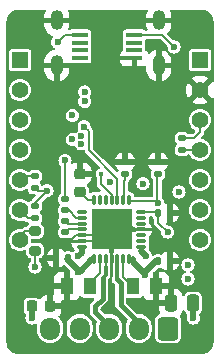
<source format=gbr>
%TF.GenerationSoftware,KiCad,Pcbnew,8.0.8*%
%TF.CreationDate,2025-03-27T14:33:37-07:00*%
%TF.ProjectId,pepper_stepper,70657070-6572-45f7-9374-65707065722e,rev?*%
%TF.SameCoordinates,Original*%
%TF.FileFunction,Copper,L4,Bot*%
%TF.FilePolarity,Positive*%
%FSLAX46Y46*%
G04 Gerber Fmt 4.6, Leading zero omitted, Abs format (unit mm)*
G04 Created by KiCad (PCBNEW 8.0.8) date 2025-03-27 14:33:37*
%MOMM*%
%LPD*%
G01*
G04 APERTURE LIST*
G04 Aperture macros list*
%AMRoundRect*
0 Rectangle with rounded corners*
0 $1 Rounding radius*
0 $2 $3 $4 $5 $6 $7 $8 $9 X,Y pos of 4 corners*
0 Add a 4 corners polygon primitive as box body*
4,1,4,$2,$3,$4,$5,$6,$7,$8,$9,$2,$3,0*
0 Add four circle primitives for the rounded corners*
1,1,$1+$1,$2,$3*
1,1,$1+$1,$4,$5*
1,1,$1+$1,$6,$7*
1,1,$1+$1,$8,$9*
0 Add four rect primitives between the rounded corners*
20,1,$1+$1,$2,$3,$4,$5,0*
20,1,$1+$1,$4,$5,$6,$7,0*
20,1,$1+$1,$6,$7,$8,$9,0*
20,1,$1+$1,$8,$9,$2,$3,0*%
G04 Aperture macros list end*
%TA.AperFunction,ComponentPad*%
%ADD10R,1.400000X1.400000*%
%TD*%
%TA.AperFunction,ComponentPad*%
%ADD11C,1.400000*%
%TD*%
%TA.AperFunction,ComponentPad*%
%ADD12RoundRect,0.250000X0.600000X0.725000X-0.600000X0.725000X-0.600000X-0.725000X0.600000X-0.725000X0*%
%TD*%
%TA.AperFunction,ComponentPad*%
%ADD13O,1.700000X1.950000*%
%TD*%
%TA.AperFunction,ComponentPad*%
%ADD14O,1.100000X1.700000*%
%TD*%
%TA.AperFunction,SMDPad,CuDef*%
%ADD15RoundRect,0.250000X-0.250000X-0.475000X0.250000X-0.475000X0.250000X0.475000X-0.250000X0.475000X0*%
%TD*%
%TA.AperFunction,SMDPad,CuDef*%
%ADD16RoundRect,0.140000X-0.140000X-0.170000X0.140000X-0.170000X0.140000X0.170000X-0.140000X0.170000X0*%
%TD*%
%TA.AperFunction,SMDPad,CuDef*%
%ADD17R,1.130000X1.380000*%
%TD*%
%TA.AperFunction,SMDPad,CuDef*%
%ADD18RoundRect,0.135000X-0.185000X0.135000X-0.185000X-0.135000X0.185000X-0.135000X0.185000X0.135000X0*%
%TD*%
%TA.AperFunction,SMDPad,CuDef*%
%ADD19RoundRect,0.140000X0.170000X-0.140000X0.170000X0.140000X-0.170000X0.140000X-0.170000X-0.140000X0*%
%TD*%
%TA.AperFunction,SMDPad,CuDef*%
%ADD20RoundRect,0.225000X0.225000X0.250000X-0.225000X0.250000X-0.225000X-0.250000X0.225000X-0.250000X0*%
%TD*%
%TA.AperFunction,SMDPad,CuDef*%
%ADD21RoundRect,0.200000X0.275000X-0.200000X0.275000X0.200000X-0.275000X0.200000X-0.275000X-0.200000X0*%
%TD*%
%TA.AperFunction,SMDPad,CuDef*%
%ADD22R,1.400000X0.410000*%
%TD*%
%TA.AperFunction,SMDPad,CuDef*%
%ADD23RoundRect,0.135000X0.185000X-0.135000X0.185000X0.135000X-0.185000X0.135000X-0.185000X-0.135000X0*%
%TD*%
%TA.AperFunction,SMDPad,CuDef*%
%ADD24O,0.900000X0.280000*%
%TD*%
%TA.AperFunction,SMDPad,CuDef*%
%ADD25O,0.280000X0.900000*%
%TD*%
%TA.AperFunction,SMDPad,CuDef*%
%ADD26R,3.500000X3.500000*%
%TD*%
%TA.AperFunction,SMDPad,CuDef*%
%ADD27RoundRect,0.225000X0.250000X-0.225000X0.250000X0.225000X-0.250000X0.225000X-0.250000X-0.225000X0*%
%TD*%
%TA.AperFunction,SMDPad,CuDef*%
%ADD28RoundRect,0.140000X0.140000X0.170000X-0.140000X0.170000X-0.140000X-0.170000X0.140000X-0.170000X0*%
%TD*%
%TA.AperFunction,ViaPad*%
%ADD29C,0.600000*%
%TD*%
%TA.AperFunction,ViaPad*%
%ADD30C,0.400000*%
%TD*%
%TA.AperFunction,Conductor*%
%ADD31C,0.200000*%
%TD*%
%TA.AperFunction,Conductor*%
%ADD32C,0.500000*%
%TD*%
%TA.AperFunction,Conductor*%
%ADD33C,0.300000*%
%TD*%
%TA.AperFunction,Conductor*%
%ADD34C,0.400000*%
%TD*%
G04 APERTURE END LIST*
D10*
%TO.P,H1,1,1*%
%TO.N,unconnected-(H1-Pad1)*%
X101600000Y-43180000D03*
D11*
%TO.P,H1,2,2*%
%TO.N,/INDEX*%
X101600000Y-45720000D03*
%TO.P,H1,3,3*%
%TO.N,/DIAG*%
X101600000Y-48260000D03*
%TO.P,H1,4,4*%
%TO.N,unconnected-(H1-Pad4)*%
X101600000Y-50800000D03*
%TO.P,H1,5,5*%
%TO.N,/SDA*%
X101600000Y-53340000D03*
%TO.P,H1,6,6*%
%TO.N,/SCL*%
X101600000Y-55880000D03*
%TO.P,H1,7,7*%
%TO.N,Net-(H1-Pad7)*%
X101600000Y-58420000D03*
%TD*%
D12*
%TO.P,J1,1,Pin_1*%
%TO.N,/A2*%
X114140000Y-65913000D03*
D13*
%TO.P,J1,2,Pin_2*%
%TO.N,/A1*%
X111640000Y-65913000D03*
%TO.P,J1,3,Pin_3*%
%TO.N,/B1*%
X109140000Y-65913000D03*
%TO.P,J1,4,Pin_4*%
%TO.N,/B2*%
X106640000Y-65913000D03*
%TO.P,J1,5,Pin_5*%
%TO.N,unconnected-(J1-Pin_5-Pad5)*%
X104140000Y-65913000D03*
%TD*%
D10*
%TO.P,H2,1,1*%
%TO.N,+5V*%
X116840000Y-43180000D03*
D11*
%TO.P,H2,2,2*%
%TO.N,GND*%
X116840000Y-45720000D03*
%TO.P,H2,3,3*%
%TO.N,+3V3*%
X116840000Y-48260000D03*
%TO.P,H2,4,4*%
%TO.N,/1-WIRE*%
X116840000Y-50800000D03*
%TO.P,H2,5,5*%
%TO.N,/TACH*%
X116840000Y-53340000D03*
%TO.P,H2,6,6*%
%TO.N,/PWM*%
X116840000Y-55880000D03*
%TO.P,H2,7,7*%
%TO.N,/UART*%
X116840000Y-58420000D03*
%TD*%
D14*
%TO.P,USB1,7,EH*%
%TO.N,GND*%
X113355200Y-43641018D03*
X113355200Y-39831018D03*
X104715200Y-43641018D03*
X104715200Y-39831018D03*
%TD*%
D15*
%TO.P,C18,1*%
%TO.N,GND*%
X114366000Y-63754000D03*
%TO.P,C18,2*%
%TO.N,VM*%
X116266000Y-63754000D03*
%TD*%
D16*
%TO.P,C9,1*%
%TO.N,GND*%
X104676000Y-59944000D03*
%TO.P,C9,2*%
%TO.N,VM*%
X105636000Y-59944000D03*
%TD*%
D17*
%TO.P,R7,1,1*%
%TO.N,Net-(U3-BRA)*%
X111141000Y-62345818D03*
%TO.P,R7,2,2*%
%TO.N,GND*%
X113141000Y-62345818D03*
%TD*%
D18*
%TO.P,R4,1*%
%TO.N,GND*%
X110490000Y-51802818D03*
%TO.P,R4,2*%
%TO.N,Net-(U3-CLK)*%
X110490000Y-52822818D03*
%TD*%
D16*
%TO.P,C11,1*%
%TO.N,+3V3*%
X113312000Y-56134000D03*
%TO.P,C11,2*%
%TO.N,GND*%
X114272000Y-56134000D03*
%TD*%
D19*
%TO.P,C6,1*%
%TO.N,Net-(U3-CPO)*%
X105410000Y-57745818D03*
%TO.P,C6,2*%
%TO.N,Net-(U3-CPI)*%
X105410000Y-56785818D03*
%TD*%
D20*
%TO.P,C8,1*%
%TO.N,GND*%
X104153000Y-64027064D03*
%TO.P,C8,2*%
%TO.N,VM*%
X102603000Y-64027064D03*
%TD*%
D18*
%TO.P,R10,1*%
%TO.N,+3V3*%
X115316000Y-49782000D03*
%TO.P,R10,2*%
%TO.N,/1-WIRE*%
X115316000Y-50802000D03*
%TD*%
%TO.P,R5,1*%
%TO.N,GND*%
X113284000Y-51814000D03*
%TO.P,R5,2*%
%TO.N,/UART*%
X113284000Y-52834000D03*
%TD*%
%TO.P,R9,1*%
%TO.N,+3V3*%
X102870000Y-55560000D03*
%TO.P,R9,2*%
%TO.N,/SCL*%
X102870000Y-56580000D03*
%TD*%
D21*
%TO.P,R11,1*%
%TO.N,/UART*%
X102870000Y-59308000D03*
%TO.P,R11,2*%
%TO.N,Net-(H1-Pad7)*%
X102870000Y-57658000D03*
%TD*%
D22*
%TO.P,U4,1,DQ*%
%TO.N,/1-WIRE*%
X111266000Y-41045818D03*
%TO.P,U4,2,NC*%
%TO.N,unconnected-(U4-NC-Pad2)*%
X111266000Y-41695818D03*
%TO.P,U4,3,NC*%
%TO.N,unconnected-(U4-NC-Pad3)*%
X111266000Y-42355818D03*
%TO.P,U4,4,GND*%
%TO.N,GND*%
X111266000Y-43005818D03*
%TO.P,U4,5,NC*%
%TO.N,unconnected-(U4-NC-Pad5)*%
X106666000Y-43005818D03*
%TO.P,U4,6,NC*%
%TO.N,unconnected-(U4-NC-Pad6)*%
X106666000Y-42355818D03*
%TO.P,U4,7,NC*%
%TO.N,unconnected-(U4-NC-Pad7)*%
X106666000Y-41695818D03*
%TO.P,U4,8,VDD*%
%TO.N,+3V3*%
X106666000Y-41045818D03*
%TD*%
D17*
%TO.P,R6,1,1*%
%TO.N,Net-(U3-BRB)*%
X107553000Y-62345818D03*
%TO.P,R6,2,2*%
%TO.N,GND*%
X105553000Y-62345818D03*
%TD*%
D19*
%TO.P,C7,1*%
%TO.N,Net-(U3-VCP)*%
X105410000Y-55915818D03*
%TO.P,C7,2*%
%TO.N,VM*%
X105410000Y-54955818D03*
%TD*%
D23*
%TO.P,R8,1*%
%TO.N,+3V3*%
X102870000Y-54040000D03*
%TO.P,R8,2*%
%TO.N,/SDA*%
X102870000Y-53020000D03*
%TD*%
D24*
%TO.P,U3,1,OB2*%
%TO.N,/B2*%
X106847000Y-59019818D03*
%TO.P,U3,2,ENN*%
%TO.N,GND*%
X106847000Y-58519818D03*
%TO.P,U3,3,GND*%
X106847000Y-58019818D03*
%TO.P,U3,4,CPO*%
%TO.N,Net-(U3-CPO)*%
X106847000Y-57519818D03*
%TO.P,U3,5,CPI*%
%TO.N,Net-(U3-CPI)*%
X106847000Y-57019818D03*
%TO.P,U3,6,VCP*%
%TO.N,Net-(U3-VCP)*%
X106847000Y-56519818D03*
%TO.P,U3,7,SPREAD*%
%TO.N,unconnected-(U3-SPREAD-Pad7)*%
X106847000Y-56019818D03*
D25*
%TO.P,U3,8,5VOUT*%
%TO.N,Net-(U3-5VOUT)*%
X107847000Y-55019818D03*
%TO.P,U3,9,MS1_AD0*%
%TO.N,unconnected-(U3-MS1_AD0-Pad9)*%
X108347000Y-55019818D03*
%TO.P,U3,10,MS2_AD1*%
%TO.N,unconnected-(U3-MS2_AD1-Pad10)*%
X108847000Y-55019818D03*
%TO.P,U3,11,DIAG*%
%TO.N,/DIAG*%
X109347000Y-55019818D03*
%TO.P,U3,12,INDEX*%
%TO.N,/INDEX*%
X109847000Y-55019818D03*
%TO.P,U3,13,CLK*%
%TO.N,Net-(U3-CLK)*%
X110347000Y-55019818D03*
%TO.P,U3,14,PDN_UART*%
%TO.N,/UART*%
X110847000Y-55019818D03*
D24*
%TO.P,U3,15,VCC_IO*%
%TO.N,+3V3*%
X111847000Y-56019818D03*
%TO.P,U3,16,STEP*%
%TO.N,unconnected-(U3-STEP-Pad16)*%
X111847000Y-56519818D03*
%TO.P,U3,17,VREF*%
%TO.N,unconnected-(U3-VREF-Pad17)*%
X111847000Y-57019818D03*
%TO.P,U3,18,GND*%
%TO.N,GND*%
X111847000Y-57519818D03*
%TO.P,U3,19,DIR*%
%TO.N,unconnected-(U3-DIR-Pad19)*%
X111847000Y-58019818D03*
%TO.P,U3,20,STDBY*%
%TO.N,unconnected-(U3-STDBY-Pad20)*%
X111847000Y-58519818D03*
%TO.P,U3,21,OA2*%
%TO.N,/A2*%
X111847000Y-59019818D03*
D25*
%TO.P,U3,22,VS*%
%TO.N,VM*%
X110847000Y-60019818D03*
%TO.P,U3,23,BRA*%
%TO.N,Net-(U3-BRA)*%
X110347000Y-60019818D03*
%TO.P,U3,24,OA1*%
%TO.N,/A1*%
X109847000Y-60019818D03*
%TO.P,U3,25,UNUSED*%
%TO.N,GND*%
X109347000Y-60019818D03*
%TO.P,U3,26,OB1*%
%TO.N,/B1*%
X108847000Y-60019818D03*
%TO.P,U3,27,BRB*%
%TO.N,Net-(U3-BRB)*%
X108347000Y-60019818D03*
%TO.P,U3,28,VS*%
%TO.N,VM*%
X107847000Y-60019818D03*
D26*
%TO.P,U3,29,EP*%
%TO.N,GND*%
X109347000Y-57519818D03*
%TD*%
D27*
%TO.P,C5,1*%
%TO.N,Net-(U3-5VOUT)*%
X106680000Y-54369000D03*
%TO.P,C5,2*%
%TO.N,GND*%
X106680000Y-52819000D03*
%TD*%
D28*
%TO.P,C10,1*%
%TO.N,GND*%
X114272000Y-60198000D03*
%TO.P,C10,2*%
%TO.N,VM*%
X113312000Y-60198000D03*
%TD*%
D29*
%TO.N,+3V3*%
X103886824Y-54248218D03*
X104775000Y-41644818D03*
X115824000Y-61722000D03*
X114104069Y-57737093D03*
X115824000Y-60532218D03*
%TO.N,VM*%
X112161695Y-61366995D03*
X109247000Y-53486218D03*
X116272238Y-65024000D03*
X102603000Y-65024000D03*
X115062000Y-54356000D03*
X106022800Y-49899818D03*
X106022800Y-47867818D03*
X105410000Y-51677818D03*
X106781600Y-49631018D03*
X112014000Y-53656682D03*
X106541000Y-61117018D03*
X106781600Y-50281018D03*
%TO.N,/SCL*%
X107086400Y-46686621D03*
%TO.N,/INDEX*%
X107022800Y-48809235D03*
D30*
%TO.N,/DIAG*%
X108458000Y-52821216D03*
D29*
%TO.N,/SDA*%
X107086400Y-45886618D03*
%TO.N,/1-WIRE*%
X114645422Y-42072578D03*
%TO.N,/UART*%
X113283980Y-55324001D03*
X102870000Y-60706000D03*
%TO.N,/A2*%
X112228599Y-59755781D03*
%TO.N,/B2*%
X106548602Y-59805818D03*
%TO.N,GND*%
X106934000Y-64008000D03*
X110744000Y-57519818D03*
X103886000Y-55264218D03*
X111760000Y-64008000D03*
X109220000Y-64008000D03*
X110728925Y-56285195D03*
X109982000Y-57519818D03*
X110744000Y-56896000D03*
%TD*%
D31*
%TO.N,+3V3*%
X113312000Y-56945024D02*
X113312000Y-56134000D01*
X106666000Y-41045818D02*
X105374000Y-41045818D01*
X102870000Y-55265042D02*
X102870000Y-55560000D01*
X113312000Y-56134000D02*
X113197818Y-56019818D01*
X103886824Y-54248218D02*
X103154418Y-54248218D01*
X113197818Y-56019818D02*
X111847000Y-56019818D01*
X105374000Y-41045818D02*
X104775000Y-41644818D01*
X116334000Y-49782000D02*
X116840000Y-49276000D01*
X103886824Y-54248218D02*
X102870000Y-55265042D01*
X115316000Y-49782000D02*
X116334000Y-49782000D01*
X116840000Y-49276000D02*
X116840000Y-48260000D01*
X114104069Y-57737093D02*
X113312000Y-56945024D01*
X103154418Y-54248218D02*
X102870000Y-53963800D01*
D32*
%TO.N,VM*%
X116272238Y-63760238D02*
X116266000Y-63754000D01*
X102603000Y-65024000D02*
X102603000Y-64027064D01*
X111125000Y-60059818D02*
X111125000Y-60297818D01*
X112161695Y-61166323D02*
X113193200Y-60134818D01*
D31*
X106543400Y-61114618D02*
X106541000Y-61117018D01*
X107736000Y-60019818D02*
X107847000Y-60019818D01*
D32*
X105573200Y-60007818D02*
X106680000Y-61114618D01*
X106638800Y-61117018D02*
X107736000Y-60019818D01*
X111125000Y-60297818D02*
X112161695Y-61334513D01*
X112161695Y-61366995D02*
X112161695Y-61166323D01*
D31*
X112161695Y-61334513D02*
X112161695Y-61366995D01*
X105410000Y-51677818D02*
X105410000Y-54955818D01*
X106680000Y-61114618D02*
X106543400Y-61114618D01*
D32*
X116272238Y-65024000D02*
X116272238Y-63760238D01*
X106541000Y-61117018D02*
X106638800Y-61117018D01*
D31*
%TO.N,Net-(U3-5VOUT)*%
X107330818Y-55019818D02*
X107847000Y-55019818D01*
X106680000Y-54369000D02*
X107330818Y-55019818D01*
%TO.N,Net-(U3-CPI)*%
X106847000Y-57019818D02*
X105644000Y-57019818D01*
X105644000Y-57019818D02*
X105410000Y-56785818D01*
%TO.N,Net-(U3-CPO)*%
X106847000Y-57519818D02*
X105636000Y-57519818D01*
X105636000Y-57519818D02*
X105410000Y-57745818D01*
%TO.N,Net-(U3-VCP)*%
X105711000Y-55915818D02*
X106315000Y-56519818D01*
X106315000Y-56519818D02*
X106847000Y-56519818D01*
X105410000Y-55915818D02*
X105711000Y-55915818D01*
%TO.N,Net-(H1-Pad7)*%
X102870000Y-57658000D02*
X102044000Y-57658000D01*
X102044000Y-57658000D02*
X101219000Y-58483000D01*
%TO.N,/SCL*%
X102870000Y-56580000D02*
X102300000Y-56580000D01*
X101282000Y-55880000D02*
X101219000Y-55943000D01*
X102300000Y-56580000D02*
X101600000Y-55880000D01*
X101600000Y-55880000D02*
X101282000Y-55880000D01*
%TO.N,/INDEX*%
X109847000Y-55019818D02*
X109847000Y-53237689D01*
X107442000Y-50832689D02*
X107442000Y-49228435D01*
X107442000Y-49228435D02*
X107022800Y-48809235D01*
X109847000Y-53237689D02*
X107442000Y-50832689D01*
%TO.N,/DIAG*%
X108458000Y-52821216D02*
X108458000Y-53698564D01*
X108458000Y-53698564D02*
X109347000Y-54587564D01*
X109347000Y-54587564D02*
X109347000Y-55019818D01*
%TO.N,/SDA*%
X101602000Y-53020000D02*
X101219000Y-53403000D01*
X102870000Y-53020000D02*
X101602000Y-53020000D01*
%TO.N,/1-WIRE*%
X113618662Y-41045818D02*
X111266000Y-41045818D01*
X114645422Y-42072578D02*
X113618662Y-41045818D01*
X116838000Y-50802000D02*
X116840000Y-50800000D01*
X115316000Y-50802000D02*
X116838000Y-50802000D01*
%TO.N,/UART*%
X113137818Y-55118000D02*
X110945182Y-55118000D01*
X110945182Y-55118000D02*
X110847000Y-55019818D01*
X113236000Y-52882000D02*
X113236000Y-55019818D01*
X113283980Y-55324001D02*
X113236000Y-55276021D01*
X113236000Y-55276021D02*
X113236000Y-55019818D01*
X113236000Y-55019818D02*
X113137818Y-55118000D01*
X113284000Y-52834000D02*
X113236000Y-52882000D01*
X102870000Y-60706000D02*
X102870000Y-59308000D01*
D32*
%TO.N,/A2*%
X111847000Y-59374182D02*
X112228599Y-59755781D01*
D33*
X111847000Y-59019818D02*
X111847000Y-59374182D01*
%TO.N,/B1*%
X108846012Y-60673734D02*
X108846012Y-61391113D01*
X108846012Y-61391113D02*
X108585000Y-61652125D01*
D31*
X108847000Y-60019818D02*
X108847000Y-60672746D01*
D34*
X108585000Y-63368818D02*
X107950000Y-64003818D01*
X107950000Y-64492500D02*
X109140000Y-65682500D01*
X108585000Y-61652125D02*
X108585000Y-63368818D01*
X107950000Y-64003818D02*
X107950000Y-64492500D01*
X109140000Y-65682500D02*
X109140000Y-65913000D01*
D31*
X108847000Y-60672746D02*
X108846012Y-60673734D01*
D32*
%TO.N,/B2*%
X106548602Y-59805818D02*
X106847000Y-59507420D01*
D33*
X106847000Y-59297818D02*
X106847000Y-59019818D01*
D32*
X106847000Y-59507420D02*
X106847000Y-59297818D01*
D33*
%TO.N,/A1*%
X109847000Y-61758925D02*
X109847000Y-60019818D01*
D34*
X110109000Y-63881000D02*
X111640000Y-65412000D01*
D33*
X109846012Y-60020806D02*
X109847000Y-60019818D01*
D34*
X111640000Y-65412000D02*
X111640000Y-65913000D01*
X110109000Y-62020925D02*
X110109000Y-63881000D01*
X111640000Y-65913000D02*
X111640000Y-66014818D01*
X109847000Y-61758925D02*
X110109000Y-62020925D01*
D31*
%TO.N,Net-(U3-CLK)*%
X110398000Y-53408153D02*
X110398000Y-54968818D01*
X110490000Y-53316153D02*
X110398000Y-53408153D01*
X110398000Y-54968818D02*
X110347000Y-55019818D01*
X110490000Y-52822818D02*
X110490000Y-53316153D01*
%TO.N,Net-(U3-BRB)*%
X108347000Y-60019818D02*
X108331000Y-60035818D01*
X108331000Y-61199018D02*
X107843200Y-61686818D01*
X108331000Y-60035818D02*
X108331000Y-61199018D01*
%TO.N,Net-(U3-BRA)*%
X110347000Y-61551818D02*
X111014000Y-62218818D01*
X110347000Y-60019818D02*
X110347000Y-61551818D01*
%TO.N,GND*%
X110744000Y-57519818D02*
X109982000Y-57519818D01*
X107696000Y-58019818D02*
X108847000Y-58019818D01*
X106847000Y-58019818D02*
X106318182Y-58019818D01*
X108847000Y-58019818D02*
X109347000Y-57519818D01*
X106847000Y-58019818D02*
X107696000Y-58019818D01*
D32*
X113014000Y-62218818D02*
X112923200Y-62128018D01*
D31*
X111847000Y-57519818D02*
X110744000Y-57519818D01*
X109347000Y-60019818D02*
X109347000Y-57519818D01*
D32*
X105807000Y-62091818D02*
X105807000Y-61853818D01*
D31*
X108347000Y-58519818D02*
X109347000Y-57519818D01*
X109982000Y-57519818D02*
X109347000Y-57519818D01*
X106847000Y-58519818D02*
X107696000Y-58519818D01*
X107696000Y-58519818D02*
X108347000Y-58519818D01*
D32*
X105553000Y-62345818D02*
X105807000Y-62091818D01*
X112923200Y-62128018D02*
X112923200Y-62071618D01*
D31*
X106318182Y-58019818D02*
X105918000Y-58420000D01*
%TD*%
%TA.AperFunction,Conductor*%
%TO.N,GND*%
G36*
X103743409Y-38935038D02*
G01*
X103779373Y-38984538D01*
X103779373Y-39045724D01*
X103776682Y-39053017D01*
X103705549Y-39224745D01*
X103665200Y-39427599D01*
X103665200Y-39581017D01*
X103665201Y-39581018D01*
X104365188Y-39581018D01*
X104365188Y-40081018D01*
X103665201Y-40081018D01*
X103665200Y-40081019D01*
X103665200Y-40234436D01*
X103705549Y-40437290D01*
X103784701Y-40628378D01*
X103784708Y-40628392D01*
X103899605Y-40800347D01*
X104045870Y-40946612D01*
X104217825Y-41061509D01*
X104217842Y-41061518D01*
X104334522Y-41109848D01*
X104381048Y-41149584D01*
X104395332Y-41209079D01*
X104375179Y-41261579D01*
X104294142Y-41367188D01*
X104294137Y-41367196D01*
X104238670Y-41501108D01*
X104238669Y-41501109D01*
X104219750Y-41644817D01*
X104219750Y-41644818D01*
X104238669Y-41788526D01*
X104238670Y-41788527D01*
X104294139Y-41922443D01*
X104382379Y-42037439D01*
X104497375Y-42125679D01*
X104502636Y-42127858D01*
X104549163Y-42167592D01*
X104563449Y-42227086D01*
X104540037Y-42283615D01*
X104487870Y-42315587D01*
X104484069Y-42316421D01*
X104408926Y-42331368D01*
X104217839Y-42410519D01*
X104217825Y-42410526D01*
X104045870Y-42525423D01*
X103899605Y-42671688D01*
X103784708Y-42843643D01*
X103784701Y-42843657D01*
X103705549Y-43034745D01*
X103665200Y-43237599D01*
X103665200Y-43391017D01*
X103665201Y-43391018D01*
X104365188Y-43391018D01*
X104365188Y-43891018D01*
X103665201Y-43891018D01*
X103665200Y-43891019D01*
X103665200Y-44044436D01*
X103705549Y-44247290D01*
X103784701Y-44438378D01*
X103784708Y-44438392D01*
X103899605Y-44610347D01*
X104045870Y-44756612D01*
X104217825Y-44871509D01*
X104217839Y-44871516D01*
X104408923Y-44950666D01*
X104408930Y-44950668D01*
X104465200Y-44961860D01*
X104465200Y-44135996D01*
X104500288Y-44171084D01*
X104580101Y-44217164D01*
X104669120Y-44241017D01*
X104761280Y-44241017D01*
X104850299Y-44217164D01*
X104930112Y-44171084D01*
X104965200Y-44135996D01*
X104965200Y-44961859D01*
X105021469Y-44950668D01*
X105021476Y-44950666D01*
X105212560Y-44871516D01*
X105212574Y-44871509D01*
X105384529Y-44756612D01*
X105530794Y-44610347D01*
X105645691Y-44438392D01*
X105645698Y-44438378D01*
X105724850Y-44247290D01*
X105765199Y-44044436D01*
X105765200Y-44044431D01*
X105765200Y-43891019D01*
X105765199Y-43891018D01*
X105065212Y-43891018D01*
X105065212Y-43391018D01*
X105754768Y-43391018D01*
X105809768Y-43407701D01*
X105868260Y-43446784D01*
X105923808Y-43457833D01*
X105941315Y-43461316D01*
X105941320Y-43461316D01*
X105941326Y-43461318D01*
X105941327Y-43461318D01*
X107390673Y-43461318D01*
X107390674Y-43461318D01*
X107463740Y-43446784D01*
X107546601Y-43391419D01*
X107601966Y-43308558D01*
X107611895Y-43258642D01*
X110065999Y-43258642D01*
X110072401Y-43318188D01*
X110072403Y-43318199D01*
X110122646Y-43452906D01*
X110122647Y-43452908D01*
X110208807Y-43568002D01*
X110208815Y-43568010D01*
X110323909Y-43654170D01*
X110323911Y-43654171D01*
X110458618Y-43704414D01*
X110458629Y-43704416D01*
X110518176Y-43710818D01*
X111060999Y-43710818D01*
X111061000Y-43710817D01*
X111061000Y-43210819D01*
X111060999Y-43210818D01*
X110066001Y-43210818D01*
X110066000Y-43210819D01*
X110066000Y-43258642D01*
X110065999Y-43258642D01*
X107611895Y-43258642D01*
X107616500Y-43235492D01*
X107616500Y-42776144D01*
X107616499Y-42776142D01*
X107616499Y-42776135D01*
X107601380Y-42700134D01*
X107601380Y-42661502D01*
X107602730Y-42654719D01*
X107611842Y-42608908D01*
X107616499Y-42585500D01*
X107616500Y-42585490D01*
X107616500Y-42126145D01*
X107616499Y-42126136D01*
X107605845Y-42072578D01*
X107601966Y-42053078D01*
X107601965Y-42053076D01*
X107600385Y-42045134D01*
X107600385Y-42006502D01*
X107601965Y-41998559D01*
X107601966Y-41998558D01*
X107611244Y-41951914D01*
X107616499Y-41925499D01*
X107616500Y-41925490D01*
X107616500Y-41466145D01*
X107616499Y-41466135D01*
X107601380Y-41390134D01*
X107601380Y-41351502D01*
X107616499Y-41275500D01*
X107616500Y-41275490D01*
X107616500Y-40816145D01*
X107616498Y-40816133D01*
X107606396Y-40765348D01*
X107601966Y-40743078D01*
X107586014Y-40719204D01*
X107546602Y-40660218D01*
X107546599Y-40660215D01*
X107463742Y-40604853D01*
X107463740Y-40604852D01*
X107463737Y-40604851D01*
X107463736Y-40604851D01*
X107390684Y-40590319D01*
X107390674Y-40590318D01*
X105941326Y-40590318D01*
X105941325Y-40590318D01*
X105941315Y-40590319D01*
X105868263Y-40604851D01*
X105868254Y-40604854D01*
X105845358Y-40620153D01*
X105786470Y-40636760D01*
X105729067Y-40615581D01*
X105695075Y-40564706D01*
X105697479Y-40503568D01*
X105698895Y-40499949D01*
X105724850Y-40437288D01*
X105765199Y-40234436D01*
X105765200Y-40234431D01*
X105765200Y-40081019D01*
X105765199Y-40081018D01*
X105065212Y-40081018D01*
X105065212Y-39581018D01*
X105765199Y-39581018D01*
X105765200Y-39581017D01*
X105765200Y-39427604D01*
X105765199Y-39427599D01*
X105724850Y-39224745D01*
X105653718Y-39053017D01*
X105648917Y-38992020D01*
X105680887Y-38939851D01*
X105737415Y-38916436D01*
X105745182Y-38916131D01*
X112325218Y-38916131D01*
X112383409Y-38935038D01*
X112419373Y-38984538D01*
X112419373Y-39045724D01*
X112416682Y-39053017D01*
X112345549Y-39224745D01*
X112305200Y-39427599D01*
X112305200Y-39581017D01*
X112305201Y-39581018D01*
X113005188Y-39581018D01*
X113005188Y-40081018D01*
X112305201Y-40081018D01*
X112305200Y-40081019D01*
X112305200Y-40234436D01*
X112345550Y-40437291D01*
X112345550Y-40437293D01*
X112395728Y-40558433D01*
X112400529Y-40619429D01*
X112368559Y-40671598D01*
X112312031Y-40695013D01*
X112304264Y-40695318D01*
X112222709Y-40695318D01*
X112164518Y-40676411D01*
X112152703Y-40666319D01*
X112146600Y-40660216D01*
X112063742Y-40604853D01*
X112063740Y-40604852D01*
X112063737Y-40604851D01*
X112063736Y-40604851D01*
X111990684Y-40590319D01*
X111990674Y-40590318D01*
X110541326Y-40590318D01*
X110541325Y-40590318D01*
X110541315Y-40590319D01*
X110468263Y-40604851D01*
X110468257Y-40604853D01*
X110385400Y-40660215D01*
X110385397Y-40660218D01*
X110330035Y-40743075D01*
X110330033Y-40743081D01*
X110315501Y-40816133D01*
X110315500Y-40816145D01*
X110315500Y-41275494D01*
X110330620Y-41351504D01*
X110330620Y-41390132D01*
X110315500Y-41466141D01*
X110315500Y-41466144D01*
X110315500Y-41925492D01*
X110330034Y-41998558D01*
X110330034Y-41998559D01*
X110331615Y-42006503D01*
X110331615Y-42045133D01*
X110330034Y-42053076D01*
X110330034Y-42053078D01*
X110326155Y-42072578D01*
X110315500Y-42126143D01*
X110315500Y-42314205D01*
X110296593Y-42372396D01*
X110275830Y-42393458D01*
X110208812Y-42443628D01*
X110208807Y-42443633D01*
X110122647Y-42558727D01*
X110122646Y-42558729D01*
X110072403Y-42693436D01*
X110072401Y-42693447D01*
X110066000Y-42752993D01*
X110066000Y-42800817D01*
X110066001Y-42800818D01*
X110478788Y-42800818D01*
X110498100Y-42802719D01*
X110541326Y-42811318D01*
X110541327Y-42811318D01*
X111167000Y-42811318D01*
X111225191Y-42830225D01*
X111261155Y-42879725D01*
X111266000Y-42910318D01*
X111266000Y-43005817D01*
X111266001Y-43005818D01*
X111372000Y-43005818D01*
X111430191Y-43024725D01*
X111466155Y-43074225D01*
X111471000Y-43104818D01*
X111471000Y-43710817D01*
X111471001Y-43710818D01*
X112013824Y-43710818D01*
X112073370Y-43704416D01*
X112073378Y-43704414D01*
X112171603Y-43667779D01*
X112232732Y-43665159D01*
X112283727Y-43698970D01*
X112305109Y-43756297D01*
X112305200Y-43760537D01*
X112305200Y-44044436D01*
X112345549Y-44247290D01*
X112424701Y-44438378D01*
X112424708Y-44438392D01*
X112539605Y-44610347D01*
X112685870Y-44756612D01*
X112857825Y-44871509D01*
X112857839Y-44871516D01*
X113048923Y-44950666D01*
X113048930Y-44950668D01*
X113105200Y-44961860D01*
X113105200Y-44135996D01*
X113140288Y-44171084D01*
X113220101Y-44217164D01*
X113309120Y-44241017D01*
X113401280Y-44241017D01*
X113490299Y-44217164D01*
X113570112Y-44171084D01*
X113605200Y-44135996D01*
X113605200Y-44961859D01*
X113661469Y-44950668D01*
X113661476Y-44950666D01*
X113852560Y-44871516D01*
X113852574Y-44871509D01*
X114024529Y-44756612D01*
X114170794Y-44610347D01*
X114285691Y-44438392D01*
X114285698Y-44438378D01*
X114364850Y-44247290D01*
X114405199Y-44044436D01*
X114405200Y-44044431D01*
X114405200Y-43891019D01*
X114405199Y-43891018D01*
X113705212Y-43891018D01*
X113705212Y-43391018D01*
X114405199Y-43391018D01*
X114405200Y-43391017D01*
X114405200Y-43237604D01*
X114405199Y-43237599D01*
X114364850Y-43034745D01*
X114285698Y-42843657D01*
X114285691Y-42843643D01*
X114170794Y-42671688D01*
X114024529Y-42525423D01*
X113852574Y-42410526D01*
X113852560Y-42410519D01*
X113661474Y-42331368D01*
X113605200Y-42320174D01*
X113605200Y-43146040D01*
X113570112Y-43110952D01*
X113490299Y-43064872D01*
X113401280Y-43041019D01*
X113309120Y-43041019D01*
X113220101Y-43064872D01*
X113140288Y-43110952D01*
X113105200Y-43146040D01*
X113105200Y-42320174D01*
X113048925Y-42331368D01*
X112857839Y-42410519D01*
X112857825Y-42410526D01*
X112685868Y-42525424D01*
X112584350Y-42626942D01*
X112529834Y-42654719D01*
X112469402Y-42645147D01*
X112426137Y-42601883D01*
X112421589Y-42591534D01*
X112409353Y-42558729D01*
X112409352Y-42558727D01*
X112323192Y-42443633D01*
X112323187Y-42443628D01*
X112256170Y-42393458D01*
X112220918Y-42343448D01*
X112216500Y-42314205D01*
X112216500Y-42126145D01*
X112216499Y-42126136D01*
X112205845Y-42072578D01*
X112201966Y-42053078D01*
X112201965Y-42053076D01*
X112200385Y-42045134D01*
X112200385Y-42006502D01*
X112201965Y-41998559D01*
X112201966Y-41998558D01*
X112211244Y-41951914D01*
X112216499Y-41925499D01*
X112216500Y-41925490D01*
X112216500Y-41495318D01*
X112235407Y-41437127D01*
X112284907Y-41401163D01*
X112315500Y-41396318D01*
X113432472Y-41396318D01*
X113490663Y-41415225D01*
X113502476Y-41425314D01*
X114062580Y-41985418D01*
X114090357Y-42039935D01*
X114090729Y-42068341D01*
X114090172Y-42072572D01*
X114090172Y-42072578D01*
X114109091Y-42216286D01*
X114109092Y-42216287D01*
X114156758Y-42331366D01*
X114164561Y-42350203D01*
X114252801Y-42465199D01*
X114367797Y-42553439D01*
X114501713Y-42608908D01*
X114645422Y-42627828D01*
X114789131Y-42608908D01*
X114923047Y-42553439D01*
X115038043Y-42465199D01*
X115045618Y-42455327D01*
X115889500Y-42455327D01*
X115889500Y-43904672D01*
X115889501Y-43904684D01*
X115904033Y-43977736D01*
X115904035Y-43977742D01*
X115959397Y-44060599D01*
X115959399Y-44060601D01*
X116042260Y-44115966D01*
X116097808Y-44127015D01*
X116115315Y-44130498D01*
X116115320Y-44130498D01*
X116115326Y-44130500D01*
X116115327Y-44130500D01*
X117564673Y-44130500D01*
X117564674Y-44130500D01*
X117637740Y-44115966D01*
X117720601Y-44060601D01*
X117775966Y-43977740D01*
X117790500Y-43904674D01*
X117790500Y-42455326D01*
X117775966Y-42382260D01*
X117741962Y-42331368D01*
X117720602Y-42299400D01*
X117720599Y-42299397D01*
X117637742Y-42244035D01*
X117637740Y-42244034D01*
X117637737Y-42244033D01*
X117637736Y-42244033D01*
X117564684Y-42229501D01*
X117564674Y-42229500D01*
X116115326Y-42229500D01*
X116115325Y-42229500D01*
X116115315Y-42229501D01*
X116042263Y-42244033D01*
X116042257Y-42244035D01*
X115959400Y-42299397D01*
X115959397Y-42299400D01*
X115904035Y-42382257D01*
X115904033Y-42382263D01*
X115889501Y-42455315D01*
X115889500Y-42455327D01*
X115045618Y-42455327D01*
X115126283Y-42350203D01*
X115181752Y-42216287D01*
X115200672Y-42072578D01*
X115181752Y-41928869D01*
X115126283Y-41794953D01*
X115038043Y-41679957D01*
X114923047Y-41591717D01*
X114923043Y-41591715D01*
X114789131Y-41536248D01*
X114789130Y-41536247D01*
X114645422Y-41517328D01*
X114645417Y-41517328D01*
X114641185Y-41517885D01*
X114581025Y-41506733D01*
X114558262Y-41489736D01*
X114089838Y-41021312D01*
X114062061Y-40966795D01*
X114071632Y-40906363D01*
X114089838Y-40881304D01*
X114170794Y-40800347D01*
X114285691Y-40628392D01*
X114285698Y-40628378D01*
X114364850Y-40437290D01*
X114405199Y-40234436D01*
X114405200Y-40234431D01*
X114405200Y-40081019D01*
X114405199Y-40081018D01*
X113705212Y-40081018D01*
X113705212Y-39581018D01*
X114405199Y-39581018D01*
X114405200Y-39581017D01*
X114405200Y-39427604D01*
X114405199Y-39427599D01*
X114364850Y-39224745D01*
X114293718Y-39053017D01*
X114288917Y-38992020D01*
X114320887Y-38939851D01*
X114377415Y-38916436D01*
X114385182Y-38916131D01*
X116901108Y-38916131D01*
X116962681Y-38916131D01*
X116971309Y-38916508D01*
X117136101Y-38930925D01*
X117153081Y-38933918D01*
X117308691Y-38975615D01*
X117324898Y-38981514D01*
X117347428Y-38992020D01*
X117470892Y-39049593D01*
X117485830Y-39058217D01*
X117617792Y-39150620D01*
X117631002Y-39161705D01*
X117744908Y-39275614D01*
X117755997Y-39288830D01*
X117848389Y-39420785D01*
X117857017Y-39435729D01*
X117925091Y-39581718D01*
X117930993Y-39597935D01*
X117972681Y-39753529D01*
X117975677Y-39770524D01*
X117990122Y-39935672D01*
X117990499Y-39944299D01*
X117990498Y-40011659D01*
X117990513Y-40011898D01*
X117991478Y-44968460D01*
X117972582Y-45026654D01*
X117923089Y-45062628D01*
X117885625Y-45067242D01*
X117848862Y-45064690D01*
X117239999Y-45673553D01*
X117239999Y-45667339D01*
X117212740Y-45565606D01*
X117160079Y-45474395D01*
X117085605Y-45399921D01*
X116994394Y-45347260D01*
X116892661Y-45320001D01*
X116886443Y-45320001D01*
X117493326Y-44713118D01*
X117377186Y-44641206D01*
X117377180Y-44641203D01*
X117169799Y-44560863D01*
X116951196Y-44520000D01*
X116728804Y-44520000D01*
X116510200Y-44560863D01*
X116302821Y-44641202D01*
X116302816Y-44641205D01*
X116186672Y-44713118D01*
X116793555Y-45320001D01*
X116787339Y-45320001D01*
X116685606Y-45347260D01*
X116594395Y-45399921D01*
X116519921Y-45474395D01*
X116467260Y-45565606D01*
X116440001Y-45667339D01*
X116440001Y-45673555D01*
X115831137Y-45064691D01*
X115815368Y-45085574D01*
X115716239Y-45284652D01*
X115655379Y-45498554D01*
X115634859Y-45720000D01*
X115655379Y-45941445D01*
X115716239Y-46155347D01*
X115815364Y-46354417D01*
X115815369Y-46354426D01*
X115831138Y-46375306D01*
X116440001Y-45766443D01*
X116440001Y-45772661D01*
X116467260Y-45874394D01*
X116519921Y-45965605D01*
X116594395Y-46040079D01*
X116685606Y-46092740D01*
X116787339Y-46119999D01*
X116793553Y-46119999D01*
X116186672Y-46726880D01*
X116302813Y-46798793D01*
X116302819Y-46798796D01*
X116510200Y-46879136D01*
X116728804Y-46920000D01*
X116951196Y-46920000D01*
X117169799Y-46879136D01*
X117377180Y-46798796D01*
X117377181Y-46798796D01*
X117493326Y-46726880D01*
X116886445Y-46119999D01*
X116892661Y-46119999D01*
X116994394Y-46092740D01*
X117085605Y-46040079D01*
X117160079Y-45965605D01*
X117212740Y-45874394D01*
X117239999Y-45772661D01*
X117239999Y-45766445D01*
X117848861Y-46375307D01*
X117885916Y-46372736D01*
X117945276Y-46387568D01*
X117984581Y-46434459D01*
X117991771Y-46471479D01*
X117992117Y-48245150D01*
X117987742Y-48258622D01*
X117992123Y-48274753D01*
X117992613Y-50790185D01*
X117989723Y-50799082D01*
X117992617Y-50809737D01*
X117995781Y-67046380D01*
X117995404Y-67055029D01*
X117980905Y-67220730D01*
X117977908Y-67237724D01*
X117935978Y-67394205D01*
X117930076Y-67410421D01*
X117861609Y-67557245D01*
X117852980Y-67572190D01*
X117760053Y-67704900D01*
X117748961Y-67718119D01*
X117634408Y-67832671D01*
X117621189Y-67843763D01*
X117488481Y-67936686D01*
X117473541Y-67945312D01*
X117326712Y-68013779D01*
X117310500Y-68019680D01*
X117154007Y-68061612D01*
X117137012Y-68064608D01*
X116971100Y-68079123D01*
X116962472Y-68079500D01*
X101571639Y-68079500D01*
X101546018Y-68076127D01*
X101538894Y-68074218D01*
X101538892Y-68074218D01*
X101477319Y-68074218D01*
X101468691Y-68073841D01*
X101303901Y-68059424D01*
X101286906Y-68056428D01*
X101131303Y-68014734D01*
X101115090Y-68008833D01*
X100969092Y-67940754D01*
X100954148Y-67932126D01*
X100822193Y-67839731D01*
X100808978Y-67828643D01*
X100695069Y-67714735D01*
X100683979Y-67701517D01*
X100591578Y-67569558D01*
X100582949Y-67554613D01*
X100532549Y-67446532D01*
X100514867Y-67408614D01*
X100508970Y-67392412D01*
X100467274Y-67236809D01*
X100464278Y-67219815D01*
X100461123Y-67183762D01*
X100449877Y-67055225D01*
X100449500Y-67046596D01*
X100449500Y-63731582D01*
X101902500Y-63731582D01*
X101902500Y-64322542D01*
X101902501Y-64322548D01*
X101908587Y-64379175D01*
X101908587Y-64379176D01*
X101908588Y-64379178D01*
X101956372Y-64507290D01*
X102038313Y-64616751D01*
X102038316Y-64616753D01*
X102038319Y-64616756D01*
X102062827Y-64635102D01*
X102098081Y-64685109D01*
X102102500Y-64714356D01*
X102102500Y-64774096D01*
X102094965Y-64811978D01*
X102087313Y-64830454D01*
X102066669Y-64880293D01*
X102047750Y-65023999D01*
X102047750Y-65024000D01*
X102066669Y-65167708D01*
X102066670Y-65167709D01*
X102110271Y-65272974D01*
X102122139Y-65301625D01*
X102210379Y-65416621D01*
X102325375Y-65504861D01*
X102459291Y-65560330D01*
X102603000Y-65579250D01*
X102746709Y-65560330D01*
X102880625Y-65504861D01*
X102900043Y-65489960D01*
X102957718Y-65469535D01*
X103016384Y-65486911D01*
X103053633Y-65535452D01*
X103058093Y-65583987D01*
X103039500Y-65701384D01*
X103039500Y-66124614D01*
X103066597Y-66295702D01*
X103066598Y-66295706D01*
X103120123Y-66460438D01*
X103120125Y-66460441D01*
X103120126Y-66460444D01*
X103120127Y-66460445D01*
X103198768Y-66614788D01*
X103300586Y-66754928D01*
X103423072Y-66877414D01*
X103563212Y-66979232D01*
X103717555Y-67057873D01*
X103717557Y-67057873D01*
X103717558Y-67057874D01*
X103717561Y-67057876D01*
X103882293Y-67111401D01*
X103882297Y-67111402D01*
X104053386Y-67138500D01*
X104053389Y-67138500D01*
X104226614Y-67138500D01*
X104397702Y-67111402D01*
X104397706Y-67111401D01*
X104562438Y-67057876D01*
X104562440Y-67057874D01*
X104562445Y-67057873D01*
X104716788Y-66979232D01*
X104856928Y-66877414D01*
X104979414Y-66754928D01*
X105081232Y-66614788D01*
X105159873Y-66460445D01*
X105159874Y-66460440D01*
X105159876Y-66460438D01*
X105213401Y-66295706D01*
X105213402Y-66295702D01*
X105240500Y-66124614D01*
X105240500Y-65701385D01*
X105539500Y-65701385D01*
X105539500Y-66124614D01*
X105566597Y-66295702D01*
X105566598Y-66295706D01*
X105620123Y-66460438D01*
X105620125Y-66460441D01*
X105620126Y-66460444D01*
X105620127Y-66460445D01*
X105698768Y-66614788D01*
X105800586Y-66754928D01*
X105923072Y-66877414D01*
X106063212Y-66979232D01*
X106217555Y-67057873D01*
X106217557Y-67057873D01*
X106217558Y-67057874D01*
X106217561Y-67057876D01*
X106382293Y-67111401D01*
X106382297Y-67111402D01*
X106553386Y-67138500D01*
X106553389Y-67138500D01*
X106726614Y-67138500D01*
X106897702Y-67111402D01*
X106897706Y-67111401D01*
X107062438Y-67057876D01*
X107062440Y-67057874D01*
X107062445Y-67057873D01*
X107216788Y-66979232D01*
X107356928Y-66877414D01*
X107479414Y-66754928D01*
X107581232Y-66614788D01*
X107659873Y-66460445D01*
X107659874Y-66460440D01*
X107659876Y-66460438D01*
X107713401Y-66295706D01*
X107713402Y-66295702D01*
X107740500Y-66124614D01*
X107740500Y-65701385D01*
X107713402Y-65530297D01*
X107713401Y-65530293D01*
X107659876Y-65365561D01*
X107659874Y-65365558D01*
X107659873Y-65365557D01*
X107659873Y-65365555D01*
X107581232Y-65211212D01*
X107479414Y-65071072D01*
X107356928Y-64948586D01*
X107216788Y-64846768D01*
X107216787Y-64846767D01*
X107216785Y-64846766D01*
X107062441Y-64768125D01*
X107062438Y-64768123D01*
X106897706Y-64714598D01*
X106897702Y-64714597D01*
X106726614Y-64687500D01*
X106726611Y-64687500D01*
X106553389Y-64687500D01*
X106553386Y-64687500D01*
X106382297Y-64714597D01*
X106382293Y-64714598D01*
X106217561Y-64768123D01*
X106217558Y-64768125D01*
X106063214Y-64846766D01*
X105923073Y-64948585D01*
X105800585Y-65071073D01*
X105698766Y-65211214D01*
X105620125Y-65365558D01*
X105620123Y-65365561D01*
X105566598Y-65530293D01*
X105566597Y-65530297D01*
X105539500Y-65701385D01*
X105240500Y-65701385D01*
X105213402Y-65530297D01*
X105213401Y-65530293D01*
X105159876Y-65365561D01*
X105159874Y-65365558D01*
X105159873Y-65365557D01*
X105159873Y-65365555D01*
X105081232Y-65211212D01*
X104979414Y-65071072D01*
X104864356Y-64956014D01*
X104836581Y-64901500D01*
X104846152Y-64841068D01*
X104864359Y-64816009D01*
X104950570Y-64729798D01*
X104950574Y-64729793D01*
X105039545Y-64585551D01*
X105092856Y-64424667D01*
X105103000Y-64325387D01*
X105103000Y-64277065D01*
X105102999Y-64277064D01*
X104252000Y-64277064D01*
X104193809Y-64258157D01*
X104157845Y-64208657D01*
X104153000Y-64178064D01*
X104153000Y-64027065D01*
X104152999Y-64027064D01*
X104002000Y-64027064D01*
X103943809Y-64008157D01*
X103907845Y-63958657D01*
X103903000Y-63928064D01*
X103903000Y-63052065D01*
X104403000Y-63052065D01*
X104403000Y-63777063D01*
X104403001Y-63777064D01*
X105102998Y-63777064D01*
X105102999Y-63777063D01*
X105102999Y-63728741D01*
X105094432Y-63644879D01*
X105107327Y-63585068D01*
X105152916Y-63544260D01*
X105192919Y-63535818D01*
X105302999Y-63535818D01*
X105303000Y-63535817D01*
X105303000Y-62595819D01*
X105302999Y-62595818D01*
X104488001Y-62595818D01*
X104488000Y-62595819D01*
X104488000Y-62953064D01*
X104469093Y-63011255D01*
X104419593Y-63047219D01*
X104405635Y-63049429D01*
X104403000Y-63052065D01*
X103903000Y-63052065D01*
X103903000Y-63052064D01*
X103902999Y-63052063D01*
X103879689Y-63052064D01*
X103879684Y-63052065D01*
X103780401Y-63062206D01*
X103780390Y-63062209D01*
X103619512Y-63115518D01*
X103475270Y-63204489D01*
X103355426Y-63324333D01*
X103305290Y-63405616D01*
X103258649Y-63445217D01*
X103197638Y-63449840D01*
X103161702Y-63432897D01*
X103155327Y-63428125D01*
X103098144Y-63385318D01*
X103058228Y-63355437D01*
X103058226Y-63355436D01*
X102930114Y-63307652D01*
X102930113Y-63307651D01*
X102891895Y-63303543D01*
X102873485Y-63301564D01*
X102873481Y-63301564D01*
X102332521Y-63301564D01*
X102332515Y-63301565D01*
X102275888Y-63307651D01*
X102275886Y-63307652D01*
X102147774Y-63355436D01*
X102147773Y-63355436D01*
X102147772Y-63355437D01*
X102038315Y-63437375D01*
X102038311Y-63437379D01*
X101956373Y-63546835D01*
X101908587Y-63674951D01*
X101906497Y-63694397D01*
X101902971Y-63727204D01*
X101902500Y-63731582D01*
X100449500Y-63731582D01*
X100449500Y-61607993D01*
X104488000Y-61607993D01*
X104488000Y-62095817D01*
X104488001Y-62095818D01*
X105302999Y-62095818D01*
X105303000Y-62095817D01*
X105303000Y-61155819D01*
X105302999Y-61155818D01*
X104940176Y-61155818D01*
X104880629Y-61162219D01*
X104880618Y-61162221D01*
X104745911Y-61212464D01*
X104745909Y-61212465D01*
X104630815Y-61298625D01*
X104630807Y-61298633D01*
X104544647Y-61413727D01*
X104544646Y-61413729D01*
X104494403Y-61548436D01*
X104494401Y-61548447D01*
X104488000Y-61607993D01*
X100449500Y-61607993D01*
X100449500Y-58451252D01*
X100458744Y-58422800D01*
X100449500Y-58388747D01*
X100449500Y-55911252D01*
X100458744Y-55882800D01*
X100449500Y-55848747D01*
X100449500Y-53371252D01*
X100458744Y-53342800D01*
X100457574Y-53338489D01*
X100638258Y-53338489D01*
X100647023Y-53361549D01*
X100663251Y-53526325D01*
X100663252Y-53526328D01*
X100663253Y-53526331D01*
X100705836Y-53666709D01*
X100717605Y-53705504D01*
X100717606Y-53705506D01*
X100805859Y-53870617D01*
X100805862Y-53870622D01*
X100805864Y-53870625D01*
X100809569Y-53875139D01*
X100924638Y-54015352D01*
X100924647Y-54015361D01*
X100987062Y-54066583D01*
X101069375Y-54134136D01*
X101069380Y-54134138D01*
X101069382Y-54134140D01*
X101230611Y-54220318D01*
X101234499Y-54222396D01*
X101413669Y-54276747D01*
X101413671Y-54276747D01*
X101413674Y-54276748D01*
X101599996Y-54295099D01*
X101600000Y-54295099D01*
X101600004Y-54295099D01*
X101786325Y-54276748D01*
X101786326Y-54276747D01*
X101786331Y-54276747D01*
X101965501Y-54222396D01*
X102130625Y-54134136D01*
X102137696Y-54128332D01*
X102194672Y-54106033D01*
X102253874Y-54121481D01*
X102292690Y-54168778D01*
X102299500Y-54204861D01*
X102299500Y-54211582D01*
X102310418Y-54286518D01*
X102366924Y-54402102D01*
X102457898Y-54493076D01*
X102573482Y-54549582D01*
X102648418Y-54560500D01*
X102839851Y-54560500D01*
X102898042Y-54579407D01*
X102934006Y-54628907D01*
X102934006Y-54690093D01*
X102909854Y-54729504D01*
X102613194Y-55026163D01*
X102579973Y-55046192D01*
X102580389Y-55047042D01*
X102573483Y-55050417D01*
X102573482Y-55050418D01*
X102510386Y-55081263D01*
X102457897Y-55106924D01*
X102385392Y-55179429D01*
X102330875Y-55207206D01*
X102270443Y-55197634D01*
X102252584Y-55185953D01*
X102180203Y-55126552D01*
X102130625Y-55085864D01*
X102130622Y-55085862D01*
X102130617Y-55085859D01*
X101965506Y-54997606D01*
X101965504Y-54997605D01*
X101786328Y-54943252D01*
X101786325Y-54943251D01*
X101600004Y-54924901D01*
X101599996Y-54924901D01*
X101413674Y-54943251D01*
X101413671Y-54943252D01*
X101234495Y-54997605D01*
X101234493Y-54997606D01*
X101069382Y-55085859D01*
X101069376Y-55085863D01*
X100924647Y-55204638D01*
X100924638Y-55204647D01*
X100805863Y-55349376D01*
X100805859Y-55349382D01*
X100717606Y-55514493D01*
X100717605Y-55514495D01*
X100663252Y-55693671D01*
X100663251Y-55693673D01*
X100647023Y-55858451D01*
X100638258Y-55878489D01*
X100647023Y-55901549D01*
X100663251Y-56066325D01*
X100663252Y-56066328D01*
X100663253Y-56066331D01*
X100694866Y-56170546D01*
X100717605Y-56245504D01*
X100717606Y-56245506D01*
X100805859Y-56410617D01*
X100805862Y-56410622D01*
X100805864Y-56410625D01*
X100854032Y-56469318D01*
X100924638Y-56555352D01*
X100924647Y-56555361D01*
X100992145Y-56610755D01*
X101069375Y-56674136D01*
X101069380Y-56674138D01*
X101069382Y-56674140D01*
X101229251Y-56759591D01*
X101234499Y-56762396D01*
X101413669Y-56816747D01*
X101413671Y-56816747D01*
X101413674Y-56816748D01*
X101599996Y-56835099D01*
X101600000Y-56835099D01*
X101600004Y-56835099D01*
X101786325Y-56816748D01*
X101786326Y-56816747D01*
X101786331Y-56816747D01*
X101924993Y-56774684D01*
X101986166Y-56775885D01*
X102023734Y-56799417D01*
X102084786Y-56860468D01*
X102084791Y-56860472D01*
X102164708Y-56906612D01*
X102164706Y-56906612D01*
X102164710Y-56906613D01*
X102164712Y-56906614D01*
X102253856Y-56930500D01*
X102253858Y-56930500D01*
X102260290Y-56931347D01*
X102259984Y-56933668D01*
X102308423Y-56949407D01*
X102344387Y-56998907D01*
X102344387Y-57060093D01*
X102309020Y-57109155D01*
X102272855Y-57135845D01*
X102272845Y-57135855D01*
X102192207Y-57245116D01*
X102188742Y-57251674D01*
X102186501Y-57250490D01*
X102156524Y-57289871D01*
X102100135Y-57307500D01*
X101997856Y-57307500D01*
X101908712Y-57331386D01*
X101828788Y-57377530D01*
X101761845Y-57444472D01*
X101707328Y-57472248D01*
X101682139Y-57472990D01*
X101600003Y-57464901D01*
X101599996Y-57464901D01*
X101413674Y-57483251D01*
X101413671Y-57483252D01*
X101234495Y-57537605D01*
X101234493Y-57537606D01*
X101069382Y-57625859D01*
X101069376Y-57625863D01*
X100924647Y-57744638D01*
X100924638Y-57744647D01*
X100805863Y-57889376D01*
X100805859Y-57889382D01*
X100717606Y-58054493D01*
X100717605Y-58054495D01*
X100663252Y-58233671D01*
X100663251Y-58233673D01*
X100647023Y-58398451D01*
X100638258Y-58418489D01*
X100647023Y-58441549D01*
X100663251Y-58606325D01*
X100663252Y-58606328D01*
X100717605Y-58785504D01*
X100717606Y-58785506D01*
X100805859Y-58950617D01*
X100805862Y-58950622D01*
X100805864Y-58950625D01*
X100820459Y-58968409D01*
X100924638Y-59095352D01*
X100924647Y-59095361D01*
X100978424Y-59139494D01*
X101069375Y-59214136D01*
X101069380Y-59214138D01*
X101069382Y-59214140D01*
X101234493Y-59302393D01*
X101234499Y-59302396D01*
X101413669Y-59356747D01*
X101413671Y-59356747D01*
X101413674Y-59356748D01*
X101599996Y-59375099D01*
X101600000Y-59375099D01*
X101600004Y-59375099D01*
X101786325Y-59356748D01*
X101786326Y-59356747D01*
X101786331Y-59356747D01*
X101965501Y-59302396D01*
X101998833Y-59284579D01*
X102059063Y-59273823D01*
X102114115Y-59300525D01*
X102142958Y-59354485D01*
X102144500Y-59371890D01*
X102144500Y-59562274D01*
X102147353Y-59592694D01*
X102147355Y-59592703D01*
X102192207Y-59720883D01*
X102272845Y-59830144D01*
X102272847Y-59830146D01*
X102272850Y-59830150D01*
X102272853Y-59830152D01*
X102272855Y-59830154D01*
X102382116Y-59910792D01*
X102382117Y-59910792D01*
X102382118Y-59910793D01*
X102428635Y-59927070D01*
X102453198Y-59935665D01*
X102501878Y-59972730D01*
X102519500Y-60029109D01*
X102519500Y-60232236D01*
X102500593Y-60290427D01*
X102480769Y-60310777D01*
X102477381Y-60313376D01*
X102389139Y-60428374D01*
X102389137Y-60428378D01*
X102333670Y-60562290D01*
X102333669Y-60562291D01*
X102314750Y-60705999D01*
X102314750Y-60706000D01*
X102333669Y-60849708D01*
X102333670Y-60849709D01*
X102379365Y-60960030D01*
X102389139Y-60983625D01*
X102477379Y-61098621D01*
X102592375Y-61186861D01*
X102726291Y-61242330D01*
X102870000Y-61261250D01*
X103013709Y-61242330D01*
X103147625Y-61186861D01*
X103262621Y-61098621D01*
X103350861Y-60983625D01*
X103406330Y-60849709D01*
X103425250Y-60706000D01*
X103406330Y-60562291D01*
X103350861Y-60428375D01*
X103262621Y-60313379D01*
X103262619Y-60313377D01*
X103262618Y-60313376D01*
X103259231Y-60310777D01*
X103224576Y-60260351D01*
X103220500Y-60232236D01*
X103220500Y-60194000D01*
X103897210Y-60194000D01*
X103898855Y-60214912D01*
X103898856Y-60214920D01*
X103943969Y-60370197D01*
X103943969Y-60370198D01*
X104026278Y-60509374D01*
X104140625Y-60623721D01*
X104279802Y-60706030D01*
X104425999Y-60748504D01*
X104426000Y-60748504D01*
X104426000Y-60194001D01*
X104425999Y-60194000D01*
X103897210Y-60194000D01*
X103220500Y-60194000D01*
X103220500Y-60029109D01*
X103239407Y-59970918D01*
X103286802Y-59935665D01*
X103311339Y-59927079D01*
X103357882Y-59910793D01*
X103467150Y-59830150D01*
X103547793Y-59720882D01*
X103557199Y-59694000D01*
X103897209Y-59694000D01*
X104425999Y-59694000D01*
X104426000Y-59693999D01*
X104426000Y-59139494D01*
X104279805Y-59181968D01*
X104279801Y-59181969D01*
X104140625Y-59264278D01*
X104026278Y-59378625D01*
X103943969Y-59517801D01*
X103943969Y-59517802D01*
X103898855Y-59673087D01*
X103897209Y-59694000D01*
X103557199Y-59694000D01*
X103592646Y-59592699D01*
X103595499Y-59562273D01*
X103595500Y-59562273D01*
X103595500Y-59053727D01*
X103595499Y-59053725D01*
X103592646Y-59023305D01*
X103592646Y-59023301D01*
X103547793Y-58895118D01*
X103528581Y-58869087D01*
X103467154Y-58785855D01*
X103467152Y-58785853D01*
X103467150Y-58785850D01*
X103467146Y-58785847D01*
X103467144Y-58785845D01*
X103357883Y-58705207D01*
X103229703Y-58660355D01*
X103229694Y-58660353D01*
X103199274Y-58657500D01*
X103199266Y-58657500D01*
X102640937Y-58657500D01*
X102582746Y-58638593D01*
X102546782Y-58589093D01*
X102542414Y-58548796D01*
X102555099Y-58420003D01*
X102555099Y-58419995D01*
X102554824Y-58417203D01*
X102555099Y-58415949D01*
X102555099Y-58415136D01*
X102555278Y-58415136D01*
X102567937Y-58357439D01*
X102613674Y-58316797D01*
X102653347Y-58308500D01*
X103199273Y-58308500D01*
X103199273Y-58308499D01*
X103229699Y-58305646D01*
X103357882Y-58260793D01*
X103467150Y-58180150D01*
X103547793Y-58070882D01*
X103592646Y-57942699D01*
X103595499Y-57912273D01*
X103595500Y-57912273D01*
X103595500Y-57403727D01*
X103595499Y-57403725D01*
X103592646Y-57373301D01*
X103547793Y-57245118D01*
X103511405Y-57195814D01*
X103467154Y-57135855D01*
X103467152Y-57135853D01*
X103467150Y-57135850D01*
X103467146Y-57135847D01*
X103467144Y-57135845D01*
X103393356Y-57081387D01*
X103357763Y-57031619D01*
X103358221Y-56970436D01*
X103371581Y-56944194D01*
X103373071Y-56942106D01*
X103373076Y-56942102D01*
X103429582Y-56826518D01*
X103440500Y-56751582D01*
X103440500Y-56408418D01*
X103429582Y-56333482D01*
X103373076Y-56217898D01*
X103295179Y-56140001D01*
X103267404Y-56085487D01*
X103276975Y-56025055D01*
X103295178Y-55999999D01*
X103373076Y-55922102D01*
X103429582Y-55806518D01*
X103440500Y-55731582D01*
X103440500Y-55388418D01*
X103429582Y-55313482D01*
X103423739Y-55301531D01*
X103415167Y-55240952D01*
X103442673Y-55188048D01*
X103799664Y-54831057D01*
X103854179Y-54803282D01*
X103882593Y-54802911D01*
X103886822Y-54803468D01*
X103886824Y-54803468D01*
X104026485Y-54785081D01*
X104849500Y-54785081D01*
X104849500Y-55126555D01*
X104863983Y-55217992D01*
X104863984Y-55217996D01*
X104906549Y-55301534D01*
X104920141Y-55328209D01*
X104957748Y-55365816D01*
X104985524Y-55420331D01*
X104975953Y-55480763D01*
X104957749Y-55505818D01*
X104935840Y-55527728D01*
X104920140Y-55543428D01*
X104863983Y-55653641D01*
X104849500Y-55745081D01*
X104849500Y-56086555D01*
X104863983Y-56177992D01*
X104863984Y-56177996D01*
X104884316Y-56217898D01*
X104915981Y-56280045D01*
X104920142Y-56288210D01*
X104923354Y-56292632D01*
X104942258Y-56350824D01*
X104923354Y-56409004D01*
X104920142Y-56413425D01*
X104863983Y-56523641D01*
X104849500Y-56615081D01*
X104849500Y-56956555D01*
X104863983Y-57047992D01*
X104863984Y-57047996D01*
X104896516Y-57111842D01*
X104920141Y-57158209D01*
X104957748Y-57195816D01*
X104985524Y-57250331D01*
X104975953Y-57310763D01*
X104957749Y-57335818D01*
X104924750Y-57368818D01*
X104920140Y-57373428D01*
X104863983Y-57483641D01*
X104849500Y-57575081D01*
X104849500Y-57916555D01*
X104863983Y-58007992D01*
X104863984Y-58007996D01*
X104896027Y-58070883D01*
X104920141Y-58118209D01*
X105007609Y-58205677D01*
X105117825Y-58261835D01*
X105209265Y-58276318D01*
X105610734Y-58276317D01*
X105610737Y-58276317D01*
X105637332Y-58272104D01*
X105702175Y-58261835D01*
X105780261Y-58222047D01*
X105840692Y-58212476D01*
X105895209Y-58240253D01*
X105922987Y-58294769D01*
X105922304Y-58329572D01*
X105912309Y-58379818D01*
X106748000Y-58379818D01*
X106806191Y-58398725D01*
X106842155Y-58448225D01*
X106847000Y-58478818D01*
X106847000Y-58529224D01*
X106828093Y-58587415D01*
X106778593Y-58623379D01*
X106773628Y-58624849D01*
X106769546Y-58625943D01*
X106743918Y-58629318D01*
X106485590Y-58629318D01*
X106386272Y-58655930D01*
X106386270Y-58655931D01*
X106384352Y-58656445D01*
X106358729Y-58659818D01*
X105912309Y-58659818D01*
X105921595Y-58706499D01*
X105969836Y-58822967D01*
X105969842Y-58822978D01*
X106039878Y-58927793D01*
X106039886Y-58927802D01*
X106117503Y-59005418D01*
X106145281Y-59059934D01*
X106145679Y-59064992D01*
X106146499Y-59071225D01*
X106146500Y-59071228D01*
X106173112Y-59170546D01*
X106221527Y-59254404D01*
X106234248Y-59314250D01*
X106209361Y-59370146D01*
X106196059Y-59382443D01*
X106155978Y-59413199D01*
X106141687Y-59431823D01*
X106091262Y-59466477D01*
X106030097Y-59464874D01*
X106015561Y-59457227D01*
X106015332Y-59457678D01*
X106008391Y-59454141D01*
X105898175Y-59397983D01*
X105898176Y-59397983D01*
X105806736Y-59383500D01*
X105465261Y-59383500D01*
X105398831Y-59394022D01*
X105338399Y-59384450D01*
X105313341Y-59366245D01*
X105211374Y-59264278D01*
X105072198Y-59181969D01*
X105072194Y-59181968D01*
X104926000Y-59139494D01*
X104926000Y-60748504D01*
X105072197Y-60706030D01*
X105072198Y-60706030D01*
X105211374Y-60623721D01*
X105276328Y-60558768D01*
X105330845Y-60530991D01*
X105391277Y-60540562D01*
X105416336Y-60558768D01*
X105844382Y-60986814D01*
X105872159Y-61041331D01*
X105862588Y-61101763D01*
X105819323Y-61145028D01*
X105812043Y-61146775D01*
X105803000Y-61155819D01*
X105803000Y-63535817D01*
X105803001Y-63535818D01*
X106165824Y-63535818D01*
X106225370Y-63529416D01*
X106225381Y-63529414D01*
X106360088Y-63479171D01*
X106360090Y-63479170D01*
X106475184Y-63393010D01*
X106475192Y-63393002D01*
X106561351Y-63277910D01*
X106596610Y-63183374D01*
X106634661Y-63135459D01*
X106693607Y-63119061D01*
X106750935Y-63140442D01*
X106771685Y-63162969D01*
X106807397Y-63216417D01*
X106807398Y-63216418D01*
X106807399Y-63216419D01*
X106890260Y-63271784D01*
X106945808Y-63282833D01*
X106963315Y-63286316D01*
X106963320Y-63286316D01*
X106963326Y-63286318D01*
X107791389Y-63286318D01*
X107849580Y-63305225D01*
X107885544Y-63354725D01*
X107885544Y-63415911D01*
X107861393Y-63455321D01*
X107589511Y-63727203D01*
X107589507Y-63727208D01*
X107530202Y-63829927D01*
X107530201Y-63829930D01*
X107523712Y-63854142D01*
X107523713Y-63854143D01*
X107523713Y-63854144D01*
X107499500Y-63944509D01*
X107499500Y-64551809D01*
X107517372Y-64618508D01*
X107530201Y-64666387D01*
X107530202Y-64666389D01*
X107530203Y-64666392D01*
X107589507Y-64769109D01*
X107589508Y-64769110D01*
X107589509Y-64769111D01*
X107589511Y-64769114D01*
X107844396Y-65023999D01*
X108093371Y-65272974D01*
X108121148Y-65327491D01*
X108117522Y-65373571D01*
X108066597Y-65530301D01*
X108039500Y-65701385D01*
X108039500Y-66124614D01*
X108066597Y-66295702D01*
X108066598Y-66295706D01*
X108120123Y-66460438D01*
X108120125Y-66460441D01*
X108120126Y-66460444D01*
X108120127Y-66460445D01*
X108198768Y-66614788D01*
X108300586Y-66754928D01*
X108423072Y-66877414D01*
X108563212Y-66979232D01*
X108717555Y-67057873D01*
X108717557Y-67057873D01*
X108717558Y-67057874D01*
X108717561Y-67057876D01*
X108882293Y-67111401D01*
X108882297Y-67111402D01*
X109053386Y-67138500D01*
X109053389Y-67138500D01*
X109226614Y-67138500D01*
X109397702Y-67111402D01*
X109397706Y-67111401D01*
X109562438Y-67057876D01*
X109562440Y-67057874D01*
X109562445Y-67057873D01*
X109716788Y-66979232D01*
X109856928Y-66877414D01*
X109979414Y-66754928D01*
X110081232Y-66614788D01*
X110159873Y-66460445D01*
X110159874Y-66460440D01*
X110159876Y-66460438D01*
X110213401Y-66295706D01*
X110213402Y-66295702D01*
X110240500Y-66124614D01*
X110240500Y-65701385D01*
X110213402Y-65530297D01*
X110213401Y-65530293D01*
X110159876Y-65365561D01*
X110159874Y-65365558D01*
X110159873Y-65365557D01*
X110159873Y-65365555D01*
X110081232Y-65211212D01*
X109979414Y-65071072D01*
X109856928Y-64948586D01*
X109716788Y-64846768D01*
X109716787Y-64846767D01*
X109716785Y-64846766D01*
X109562441Y-64768125D01*
X109562438Y-64768123D01*
X109397706Y-64714598D01*
X109397702Y-64714597D01*
X109226614Y-64687500D01*
X109226611Y-64687500D01*
X109053389Y-64687500D01*
X109053386Y-64687500D01*
X108882295Y-64714597D01*
X108878518Y-64715505D01*
X108878103Y-64713779D01*
X108823631Y-64713774D01*
X108784229Y-64689626D01*
X108429496Y-64334893D01*
X108401719Y-64280376D01*
X108400500Y-64264889D01*
X108400500Y-64231429D01*
X108419407Y-64173238D01*
X108429496Y-64161425D01*
X108662857Y-63928064D01*
X108945490Y-63645432D01*
X109004799Y-63542704D01*
X109009124Y-63526564D01*
X109035500Y-63428127D01*
X109035500Y-61809025D01*
X109054407Y-61750834D01*
X109064496Y-61739021D01*
X109091923Y-61711594D01*
X109091925Y-61711593D01*
X109103902Y-61699616D01*
X109396501Y-61699616D01*
X109396501Y-61818234D01*
X109427201Y-61932812D01*
X109427202Y-61932814D01*
X109427203Y-61932817D01*
X109486507Y-62035534D01*
X109486509Y-62035536D01*
X109486511Y-62035539D01*
X109629505Y-62178533D01*
X109657281Y-62233048D01*
X109658500Y-62248535D01*
X109658500Y-63940309D01*
X109682713Y-64030673D01*
X109682712Y-64030673D01*
X109689200Y-64054886D01*
X109689202Y-64054890D01*
X109748507Y-64157609D01*
X109748508Y-64157610D01*
X109748509Y-64157611D01*
X109748511Y-64157614D01*
X110223210Y-64632313D01*
X110682847Y-65091950D01*
X110710624Y-65146467D01*
X110701053Y-65206899D01*
X110700084Y-65208629D01*
X110620125Y-65365558D01*
X110620123Y-65365561D01*
X110566598Y-65530293D01*
X110566597Y-65530297D01*
X110539500Y-65701385D01*
X110539500Y-66124614D01*
X110566597Y-66295702D01*
X110566598Y-66295706D01*
X110620123Y-66460438D01*
X110620125Y-66460441D01*
X110620126Y-66460444D01*
X110620127Y-66460445D01*
X110698768Y-66614788D01*
X110800586Y-66754928D01*
X110923072Y-66877414D01*
X111063212Y-66979232D01*
X111217555Y-67057873D01*
X111217557Y-67057873D01*
X111217558Y-67057874D01*
X111217561Y-67057876D01*
X111382293Y-67111401D01*
X111382297Y-67111402D01*
X111553386Y-67138500D01*
X111553389Y-67138500D01*
X111726614Y-67138500D01*
X111897702Y-67111402D01*
X111897706Y-67111401D01*
X112062438Y-67057876D01*
X112062440Y-67057874D01*
X112062445Y-67057873D01*
X112216788Y-66979232D01*
X112356928Y-66877414D01*
X112479414Y-66754928D01*
X112581232Y-66614788D01*
X112659873Y-66460445D01*
X112659874Y-66460440D01*
X112659876Y-66460438D01*
X112713401Y-66295706D01*
X112713402Y-66295702D01*
X112740500Y-66124614D01*
X112740500Y-65701385D01*
X112713402Y-65530297D01*
X112713401Y-65530293D01*
X112659876Y-65365561D01*
X112659874Y-65365558D01*
X112659873Y-65365557D01*
X112659873Y-65365555D01*
X112581232Y-65211212D01*
X112529587Y-65140129D01*
X113039500Y-65140129D01*
X113039500Y-66685866D01*
X113039501Y-66685870D01*
X113045908Y-66745480D01*
X113045909Y-66745485D01*
X113096202Y-66880329D01*
X113174433Y-66984832D01*
X113182454Y-66995546D01*
X113182457Y-66995548D01*
X113182458Y-66995549D01*
X113297670Y-67081797D01*
X113432511Y-67132089D01*
X113432512Y-67132089D01*
X113432517Y-67132091D01*
X113492127Y-67138500D01*
X114787872Y-67138499D01*
X114847483Y-67132091D01*
X114914907Y-67106943D01*
X114982329Y-67081797D01*
X114982329Y-67081796D01*
X114982331Y-67081796D01*
X115097546Y-66995546D01*
X115183796Y-66880331D01*
X115234091Y-66745483D01*
X115240500Y-66685873D01*
X115240499Y-65140128D01*
X115234091Y-65080517D01*
X115222493Y-65049420D01*
X115183797Y-64945670D01*
X115139391Y-64886352D01*
X115119654Y-64828438D01*
X115137728Y-64769983D01*
X115148642Y-64757018D01*
X115208315Y-64697345D01*
X115208316Y-64697345D01*
X115300356Y-64548124D01*
X115353268Y-64388447D01*
X115389519Y-64339157D01*
X115447819Y-64320589D01*
X115505899Y-64339834D01*
X115540001Y-64384991D01*
X115572202Y-64471329D01*
X115629691Y-64548124D01*
X115658454Y-64586546D01*
X115732067Y-64641652D01*
X115767320Y-64691660D01*
X115771738Y-64720905D01*
X115771738Y-64774096D01*
X115764203Y-64811978D01*
X115756551Y-64830454D01*
X115735907Y-64880293D01*
X115716988Y-65023999D01*
X115716988Y-65024000D01*
X115735907Y-65167708D01*
X115735908Y-65167709D01*
X115779509Y-65272974D01*
X115791377Y-65301625D01*
X115879617Y-65416621D01*
X115994613Y-65504861D01*
X116128529Y-65560330D01*
X116272238Y-65579250D01*
X116415947Y-65560330D01*
X116549863Y-65504861D01*
X116664859Y-65416621D01*
X116753099Y-65301625D01*
X116808568Y-65167709D01*
X116827488Y-65024000D01*
X116808568Y-64880291D01*
X116780272Y-64811978D01*
X116772738Y-64774096D01*
X116772738Y-64711566D01*
X116791645Y-64653375D01*
X116812409Y-64632313D01*
X116853576Y-64601495D01*
X116873546Y-64586546D01*
X116959796Y-64471331D01*
X117010091Y-64336483D01*
X117016500Y-64276873D01*
X117016499Y-63231128D01*
X117010091Y-63171517D01*
X117010090Y-63171514D01*
X116959797Y-63036670D01*
X116873549Y-62921458D01*
X116873548Y-62921457D01*
X116873546Y-62921454D01*
X116873541Y-62921450D01*
X116758329Y-62835202D01*
X116623488Y-62784910D01*
X116623483Y-62784909D01*
X116623481Y-62784908D01*
X116623477Y-62784908D01*
X116592249Y-62781550D01*
X116563873Y-62778500D01*
X116563870Y-62778500D01*
X115968133Y-62778500D01*
X115968129Y-62778500D01*
X115968128Y-62778501D01*
X115960949Y-62779272D01*
X115908519Y-62784908D01*
X115908514Y-62784909D01*
X115773670Y-62835202D01*
X115658458Y-62921450D01*
X115658450Y-62921458D01*
X115572203Y-63036669D01*
X115540001Y-63123009D01*
X115501951Y-63170923D01*
X115443004Y-63187321D01*
X115385676Y-63165939D01*
X115353268Y-63119552D01*
X115300356Y-62959875D01*
X115208319Y-62810659D01*
X115084340Y-62686680D01*
X114935124Y-62594643D01*
X114768693Y-62539493D01*
X114665987Y-62529000D01*
X114616001Y-62529000D01*
X114616000Y-62529001D01*
X114616000Y-63655000D01*
X114597093Y-63713191D01*
X114547593Y-63749155D01*
X114517000Y-63754000D01*
X114366001Y-63754000D01*
X114366000Y-63754001D01*
X114366000Y-63905000D01*
X114347093Y-63963191D01*
X114297593Y-63999155D01*
X114267000Y-64004000D01*
X113366002Y-64004000D01*
X113366001Y-64004001D01*
X113366001Y-64278986D01*
X113376492Y-64381687D01*
X113376495Y-64381699D01*
X113431642Y-64548123D01*
X113441623Y-64564303D01*
X113456080Y-64623756D01*
X113432831Y-64680352D01*
X113391960Y-64709035D01*
X113297669Y-64744203D01*
X113182458Y-64830450D01*
X113182450Y-64830458D01*
X113096202Y-64945670D01*
X113045910Y-65080511D01*
X113045908Y-65080522D01*
X113039500Y-65140129D01*
X112529587Y-65140129D01*
X112479414Y-65071072D01*
X112356928Y-64948586D01*
X112216788Y-64846768D01*
X112216787Y-64846767D01*
X112216785Y-64846766D01*
X112062441Y-64768125D01*
X112062438Y-64768123D01*
X111897706Y-64714598D01*
X111897702Y-64714597D01*
X111726614Y-64687500D01*
X111726611Y-64687500D01*
X111593611Y-64687500D01*
X111535420Y-64668593D01*
X111523607Y-64658504D01*
X110588496Y-63723393D01*
X110560719Y-63668876D01*
X110559500Y-63653389D01*
X110559500Y-63385318D01*
X110578407Y-63327127D01*
X110627907Y-63291163D01*
X110658500Y-63286318D01*
X111730673Y-63286318D01*
X111730674Y-63286318D01*
X111803740Y-63271784D01*
X111886601Y-63216419D01*
X111922314Y-63162968D01*
X111970363Y-63125090D01*
X112031501Y-63122686D01*
X112082375Y-63156678D01*
X112097388Y-63183374D01*
X112132646Y-63277906D01*
X112132647Y-63277908D01*
X112218807Y-63393002D01*
X112218815Y-63393010D01*
X112333909Y-63479170D01*
X112333911Y-63479171D01*
X112468618Y-63529414D01*
X112468629Y-63529416D01*
X112528176Y-63535818D01*
X112890999Y-63535818D01*
X112891000Y-63535817D01*
X112891000Y-62595819D01*
X113391000Y-62595819D01*
X113391000Y-63503999D01*
X113391001Y-63504000D01*
X114115999Y-63504000D01*
X114116000Y-63503999D01*
X114116000Y-62595819D01*
X114115999Y-62595818D01*
X113391001Y-62595818D01*
X113391000Y-62595819D01*
X112891000Y-62595819D01*
X112891000Y-61185839D01*
X112900754Y-61155819D01*
X113391000Y-61155819D01*
X113391000Y-62095817D01*
X113391001Y-62095818D01*
X114205999Y-62095818D01*
X114206000Y-62095817D01*
X114206000Y-61607993D01*
X114199598Y-61548447D01*
X114199596Y-61548436D01*
X114149353Y-61413729D01*
X114149352Y-61413727D01*
X114063192Y-61298633D01*
X114063184Y-61298625D01*
X113948090Y-61212465D01*
X113948088Y-61212464D01*
X113813381Y-61162221D01*
X113813370Y-61162219D01*
X113753824Y-61155818D01*
X113391001Y-61155818D01*
X113391000Y-61155819D01*
X112900754Y-61155819D01*
X112909907Y-61127648D01*
X112919996Y-61115835D01*
X113248336Y-60787495D01*
X113302853Y-60759718D01*
X113318340Y-60758499D01*
X113482736Y-60758499D01*
X113499121Y-60755903D01*
X113549168Y-60747977D01*
X113609597Y-60757548D01*
X113634656Y-60775754D01*
X113736622Y-60877719D01*
X113736624Y-60877720D01*
X113875802Y-60960030D01*
X114021999Y-61002504D01*
X114022000Y-61002504D01*
X114022000Y-60448001D01*
X114522000Y-60448001D01*
X114522000Y-61002504D01*
X114668197Y-60960030D01*
X114668198Y-60960030D01*
X114807374Y-60877721D01*
X114921721Y-60763374D01*
X115004030Y-60624198D01*
X115004030Y-60624197D01*
X115030752Y-60532217D01*
X115268750Y-60532217D01*
X115268750Y-60532218D01*
X115287669Y-60675926D01*
X115287670Y-60675927D01*
X115334391Y-60788725D01*
X115343139Y-60809843D01*
X115431379Y-60924839D01*
X115546375Y-61013079D01*
X115567129Y-61021675D01*
X115600854Y-61035645D01*
X115647380Y-61075381D01*
X115661664Y-61134876D01*
X115638249Y-61191404D01*
X115600854Y-61218573D01*
X115546378Y-61241137D01*
X115546374Y-61241139D01*
X115431381Y-61329377D01*
X115431377Y-61329381D01*
X115343139Y-61444374D01*
X115343137Y-61444378D01*
X115287670Y-61578290D01*
X115287669Y-61578291D01*
X115268750Y-61721999D01*
X115268750Y-61722000D01*
X115287669Y-61865708D01*
X115287670Y-61865709D01*
X115315466Y-61932817D01*
X115343139Y-61999625D01*
X115431379Y-62114621D01*
X115546375Y-62202861D01*
X115680291Y-62258330D01*
X115824000Y-62277250D01*
X115967709Y-62258330D01*
X116101625Y-62202861D01*
X116216621Y-62114621D01*
X116304861Y-61999625D01*
X116360330Y-61865709D01*
X116379250Y-61722000D01*
X116360330Y-61578291D01*
X116304861Y-61444375D01*
X116216621Y-61329379D01*
X116101625Y-61241139D01*
X116101621Y-61241137D01*
X116047145Y-61218573D01*
X116000619Y-61178837D01*
X115986335Y-61119342D01*
X116009749Y-61062814D01*
X116047145Y-61035645D01*
X116101625Y-61013079D01*
X116216621Y-60924839D01*
X116304861Y-60809843D01*
X116360330Y-60675927D01*
X116379250Y-60532218D01*
X116379088Y-60530991D01*
X116360330Y-60388509D01*
X116304861Y-60254593D01*
X116216621Y-60139597D01*
X116101625Y-60051357D01*
X116101621Y-60051355D01*
X115967709Y-59995888D01*
X115967708Y-59995887D01*
X115824000Y-59976968D01*
X115680291Y-59995887D01*
X115680290Y-59995888D01*
X115546378Y-60051355D01*
X115546374Y-60051357D01*
X115431381Y-60139595D01*
X115431377Y-60139599D01*
X115343139Y-60254592D01*
X115343137Y-60254596D01*
X115287670Y-60388508D01*
X115287669Y-60388509D01*
X115268750Y-60532217D01*
X115030752Y-60532217D01*
X115049144Y-60468912D01*
X115050791Y-60448000D01*
X114522001Y-60448000D01*
X114522000Y-60448001D01*
X114022000Y-60448001D01*
X114022000Y-59947999D01*
X114522000Y-59947999D01*
X114522001Y-59948000D01*
X115050789Y-59948000D01*
X115049144Y-59927087D01*
X115049143Y-59927079D01*
X115004030Y-59771802D01*
X115004030Y-59771801D01*
X114921721Y-59632625D01*
X114807374Y-59518278D01*
X114668198Y-59435969D01*
X114668194Y-59435968D01*
X114522000Y-59393494D01*
X114522000Y-59947999D01*
X114022000Y-59947999D01*
X114022000Y-59393494D01*
X113875805Y-59435968D01*
X113875801Y-59435969D01*
X113736624Y-59518279D01*
X113736622Y-59518280D01*
X113634657Y-59620245D01*
X113580141Y-59648022D01*
X113549167Y-59648022D01*
X113530279Y-59645030D01*
X113482737Y-59637500D01*
X113482735Y-59637500D01*
X113284003Y-59637500D01*
X113265540Y-59635069D01*
X113265528Y-59635165D01*
X113259092Y-59634318D01*
X113127307Y-59634318D01*
X113115431Y-59637500D01*
X113083091Y-59646164D01*
X113072965Y-59648316D01*
X113049828Y-59651982D01*
X113049822Y-59651983D01*
X113046269Y-59653794D01*
X113026959Y-59661205D01*
X113000015Y-59668425D01*
X112916744Y-59716502D01*
X112856896Y-59729223D01*
X112801000Y-59704336D01*
X112770407Y-59651348D01*
X112769091Y-59643687D01*
X112764929Y-59612072D01*
X112709460Y-59478156D01*
X112621220Y-59363160D01*
X112621215Y-59363156D01*
X112621214Y-59363155D01*
X112543505Y-59303527D01*
X112508849Y-59253103D01*
X112510450Y-59191938D01*
X112518032Y-59175491D01*
X112520888Y-59170546D01*
X112547500Y-59071228D01*
X112547500Y-58968408D01*
X112520888Y-58869090D01*
X112492151Y-58819317D01*
X112479430Y-58759470D01*
X112492152Y-58720318D01*
X112499645Y-58707340D01*
X112520888Y-58670546D01*
X112547500Y-58571228D01*
X112547500Y-58468408D01*
X112534528Y-58419995D01*
X115884901Y-58419995D01*
X115884901Y-58420004D01*
X115903251Y-58606325D01*
X115903252Y-58606328D01*
X115957605Y-58785504D01*
X115957606Y-58785506D01*
X116045859Y-58950617D01*
X116045862Y-58950622D01*
X116045864Y-58950625D01*
X116060459Y-58968409D01*
X116164638Y-59095352D01*
X116164647Y-59095361D01*
X116218424Y-59139494D01*
X116309375Y-59214136D01*
X116309380Y-59214138D01*
X116309382Y-59214140D01*
X116474493Y-59302393D01*
X116474499Y-59302396D01*
X116653669Y-59356747D01*
X116653671Y-59356747D01*
X116653674Y-59356748D01*
X116839996Y-59375099D01*
X116840000Y-59375099D01*
X116840004Y-59375099D01*
X117026325Y-59356748D01*
X117026326Y-59356747D01*
X117026331Y-59356747D01*
X117205501Y-59302396D01*
X117370625Y-59214136D01*
X117515357Y-59095357D01*
X117634136Y-58950625D01*
X117722396Y-58785501D01*
X117776747Y-58606331D01*
X117780205Y-58571228D01*
X117795099Y-58420004D01*
X117795099Y-58419995D01*
X117776748Y-58233674D01*
X117776747Y-58233671D01*
X117776747Y-58233669D01*
X117722396Y-58054499D01*
X117662638Y-57942699D01*
X117634140Y-57889382D01*
X117634138Y-57889380D01*
X117634136Y-57889375D01*
X117544411Y-57780045D01*
X117515361Y-57744647D01*
X117515352Y-57744638D01*
X117399953Y-57649933D01*
X117370625Y-57625864D01*
X117370622Y-57625862D01*
X117370617Y-57625859D01*
X117205506Y-57537606D01*
X117205504Y-57537605D01*
X117162840Y-57524663D01*
X117026331Y-57483253D01*
X117026328Y-57483252D01*
X117026325Y-57483251D01*
X116840004Y-57464901D01*
X116839996Y-57464901D01*
X116653674Y-57483251D01*
X116653671Y-57483252D01*
X116474495Y-57537605D01*
X116474493Y-57537606D01*
X116309382Y-57625859D01*
X116309376Y-57625863D01*
X116164647Y-57744638D01*
X116164638Y-57744647D01*
X116045863Y-57889376D01*
X116045859Y-57889382D01*
X115957606Y-58054493D01*
X115957605Y-58054495D01*
X115903252Y-58233671D01*
X115903251Y-58233674D01*
X115884901Y-58419995D01*
X112534528Y-58419995D01*
X112520888Y-58369090D01*
X112492151Y-58319317D01*
X112479430Y-58259470D01*
X112492152Y-58220318D01*
X112493517Y-58217954D01*
X112520888Y-58170546D01*
X112547500Y-58071228D01*
X112547500Y-58071225D01*
X112548347Y-58064794D01*
X112550846Y-58065123D01*
X112566407Y-58017231D01*
X112576497Y-58005418D01*
X112654113Y-57927802D01*
X112654121Y-57927793D01*
X112724157Y-57822978D01*
X112724163Y-57822967D01*
X112772404Y-57706499D01*
X112781691Y-57659818D01*
X112335271Y-57659818D01*
X112309648Y-57656445D01*
X112307729Y-57655931D01*
X112307728Y-57655930D01*
X112208410Y-57629318D01*
X111485590Y-57629318D01*
X111386272Y-57655930D01*
X111297224Y-57707342D01*
X111263744Y-57740822D01*
X111209227Y-57768599D01*
X111193741Y-57769818D01*
X109597001Y-57769818D01*
X109597000Y-57769819D01*
X109597000Y-59366559D01*
X109578093Y-59424750D01*
X109568004Y-59436562D01*
X109534524Y-59470042D01*
X109534522Y-59470044D01*
X109534522Y-59470045D01*
X109483112Y-59559090D01*
X109457737Y-59653794D01*
X109456500Y-59658409D01*
X109456500Y-59914036D01*
X109453127Y-59939657D01*
X109445512Y-59968076D01*
X109445512Y-60073534D01*
X109445653Y-60074606D01*
X109446500Y-60087527D01*
X109446500Y-61525084D01*
X109433237Y-61574583D01*
X109427202Y-61585035D01*
X109427201Y-61585037D01*
X109427201Y-61585038D01*
X109396501Y-61699616D01*
X109103902Y-61699616D01*
X109166492Y-61637026D01*
X109203553Y-61572833D01*
X109219217Y-61545704D01*
X109219217Y-61545702D01*
X109219219Y-61545700D01*
X109225433Y-61522510D01*
X109246513Y-61443840D01*
X109246513Y-61338386D01*
X109246513Y-61332324D01*
X109246512Y-61332306D01*
X109246512Y-60621008D01*
X109222721Y-60532217D01*
X109219219Y-60519147D01*
X109219218Y-60519145D01*
X109217539Y-60512879D01*
X109219909Y-60512243D01*
X109215938Y-60461830D01*
X109216561Y-60459371D01*
X109237500Y-60381228D01*
X109237500Y-59658408D01*
X109210888Y-59559090D01*
X109159478Y-59470045D01*
X109143574Y-59454141D01*
X109125996Y-59436562D01*
X109098219Y-59382045D01*
X109097000Y-59366559D01*
X109097000Y-57618818D01*
X109115907Y-57560627D01*
X109165407Y-57524663D01*
X109196000Y-57519818D01*
X109346999Y-57519818D01*
X109347000Y-57519817D01*
X109347000Y-57368818D01*
X109365907Y-57310627D01*
X109415407Y-57274663D01*
X109446000Y-57269818D01*
X111193741Y-57269818D01*
X111251932Y-57288725D01*
X111263744Y-57298814D01*
X111296317Y-57331386D01*
X111297227Y-57332296D01*
X111386272Y-57383706D01*
X111485590Y-57410318D01*
X111485592Y-57410318D01*
X112208408Y-57410318D01*
X112208410Y-57410318D01*
X112307728Y-57383706D01*
X112307729Y-57383704D01*
X112309648Y-57383191D01*
X112335271Y-57379818D01*
X112781691Y-57379818D01*
X112772404Y-57333136D01*
X112724163Y-57216668D01*
X112724157Y-57216657D01*
X112654121Y-57111842D01*
X112576496Y-57034217D01*
X112548719Y-56979700D01*
X112548321Y-56974646D01*
X112547500Y-56968410D01*
X112547500Y-56968408D01*
X112520888Y-56869090D01*
X112492151Y-56819317D01*
X112479430Y-56759470D01*
X112492152Y-56720318D01*
X112504244Y-56699374D01*
X112520888Y-56670546D01*
X112547500Y-56571228D01*
X112547500Y-56469318D01*
X112566407Y-56411127D01*
X112615907Y-56375163D01*
X112646500Y-56370318D01*
X112706855Y-56370318D01*
X112765046Y-56389225D01*
X112795064Y-56424372D01*
X112845645Y-56523641D01*
X112852141Y-56536391D01*
X112932505Y-56616755D01*
X112960281Y-56671270D01*
X112961500Y-56686757D01*
X112961500Y-56991167D01*
X112978658Y-57055205D01*
X112985386Y-57080313D01*
X112985387Y-57080315D01*
X113031528Y-57160233D01*
X113031530Y-57160236D01*
X113281612Y-57410318D01*
X113521227Y-57649933D01*
X113549004Y-57704450D01*
X113549376Y-57732856D01*
X113548819Y-57737087D01*
X113548819Y-57737093D01*
X113567738Y-57880801D01*
X113567739Y-57880802D01*
X113620423Y-58007996D01*
X113623208Y-58014718D01*
X113711448Y-58129714D01*
X113826444Y-58217954D01*
X113960360Y-58273423D01*
X114104069Y-58292343D01*
X114247778Y-58273423D01*
X114381694Y-58217954D01*
X114496690Y-58129714D01*
X114584930Y-58014718D01*
X114640399Y-57880802D01*
X114659319Y-57737093D01*
X114648633Y-57655930D01*
X114640399Y-57593384D01*
X114584930Y-57459468D01*
X114496690Y-57344472D01*
X114381694Y-57256232D01*
X114381690Y-57256230D01*
X114247778Y-57200763D01*
X114247777Y-57200762D01*
X114104069Y-57181843D01*
X114104064Y-57181843D01*
X114099832Y-57182400D01*
X114039672Y-57171248D01*
X114016909Y-57154251D01*
X113976538Y-57113880D01*
X113948761Y-57059363D01*
X113958332Y-56998931D01*
X113987101Y-56964707D01*
X114022000Y-56938504D01*
X114022000Y-56384001D01*
X114522000Y-56384001D01*
X114522000Y-56938504D01*
X114668197Y-56896030D01*
X114668198Y-56896030D01*
X114807374Y-56813721D01*
X114921721Y-56699374D01*
X115004030Y-56560198D01*
X115004030Y-56560197D01*
X115049144Y-56404912D01*
X115050791Y-56384000D01*
X114522001Y-56384000D01*
X114522000Y-56384001D01*
X114022000Y-56384001D01*
X114022000Y-55883999D01*
X114522000Y-55883999D01*
X114522001Y-55884000D01*
X115050789Y-55884000D01*
X115050474Y-55879995D01*
X115884901Y-55879995D01*
X115884901Y-55880004D01*
X115903251Y-56066325D01*
X115903252Y-56066328D01*
X115903253Y-56066331D01*
X115934866Y-56170546D01*
X115957605Y-56245504D01*
X115957606Y-56245506D01*
X116045859Y-56410617D01*
X116045862Y-56410622D01*
X116045864Y-56410625D01*
X116094032Y-56469318D01*
X116164638Y-56555352D01*
X116164647Y-56555361D01*
X116232145Y-56610755D01*
X116309375Y-56674136D01*
X116309380Y-56674138D01*
X116309382Y-56674140D01*
X116469251Y-56759591D01*
X116474499Y-56762396D01*
X116653669Y-56816747D01*
X116653671Y-56816747D01*
X116653674Y-56816748D01*
X116839996Y-56835099D01*
X116840000Y-56835099D01*
X116840004Y-56835099D01*
X117026325Y-56816748D01*
X117026326Y-56816747D01*
X117026331Y-56816747D01*
X117205501Y-56762396D01*
X117370625Y-56674136D01*
X117515357Y-56555357D01*
X117634136Y-56410625D01*
X117722396Y-56245501D01*
X117776747Y-56066331D01*
X117778130Y-56052298D01*
X117795099Y-55880004D01*
X117795099Y-55879995D01*
X117776748Y-55693674D01*
X117776747Y-55693671D01*
X117776747Y-55693669D01*
X117722396Y-55514499D01*
X117717758Y-55505822D01*
X117634140Y-55349382D01*
X117634138Y-55349380D01*
X117634136Y-55349375D01*
X117545155Y-55240952D01*
X117515361Y-55204647D01*
X117515352Y-55204638D01*
X117420203Y-55126552D01*
X117370625Y-55085864D01*
X117370622Y-55085862D01*
X117370617Y-55085859D01*
X117205506Y-54997606D01*
X117205504Y-54997605D01*
X117026328Y-54943252D01*
X117026325Y-54943251D01*
X116840004Y-54924901D01*
X116839996Y-54924901D01*
X116653674Y-54943251D01*
X116653671Y-54943252D01*
X116474495Y-54997605D01*
X116474493Y-54997606D01*
X116309382Y-55085859D01*
X116309376Y-55085863D01*
X116164647Y-55204638D01*
X116164638Y-55204647D01*
X116045863Y-55349376D01*
X116045859Y-55349382D01*
X115957606Y-55514493D01*
X115957605Y-55514495D01*
X115903252Y-55693671D01*
X115903251Y-55693674D01*
X115884901Y-55879995D01*
X115050474Y-55879995D01*
X115049144Y-55863087D01*
X115049143Y-55863079D01*
X115004030Y-55707802D01*
X115004030Y-55707801D01*
X114921721Y-55568625D01*
X114807374Y-55454278D01*
X114668198Y-55371969D01*
X114668194Y-55371968D01*
X114522000Y-55329494D01*
X114522000Y-55883999D01*
X114022000Y-55883999D01*
X114022000Y-55329493D01*
X113957382Y-55348267D01*
X113896227Y-55346345D01*
X113847881Y-55308844D01*
X113831610Y-55266122D01*
X113820310Y-55180292D01*
X113764841Y-55046376D01*
X113676601Y-54931380D01*
X113676600Y-54931379D01*
X113676597Y-54931375D01*
X113625232Y-54891961D01*
X113590577Y-54841536D01*
X113586500Y-54813420D01*
X113586500Y-54355999D01*
X114506750Y-54355999D01*
X114506750Y-54356000D01*
X114525669Y-54499708D01*
X114525670Y-54499709D01*
X114579184Y-54628907D01*
X114581139Y-54633625D01*
X114669379Y-54748621D01*
X114784375Y-54836861D01*
X114918291Y-54892330D01*
X115062000Y-54911250D01*
X115205709Y-54892330D01*
X115339625Y-54836861D01*
X115454621Y-54748621D01*
X115542861Y-54633625D01*
X115598330Y-54499709D01*
X115617250Y-54356000D01*
X115609931Y-54300411D01*
X115598330Y-54212291D01*
X115542861Y-54078375D01*
X115454621Y-53963379D01*
X115339625Y-53875139D01*
X115339621Y-53875137D01*
X115205709Y-53819670D01*
X115205708Y-53819669D01*
X115062000Y-53800750D01*
X114918291Y-53819669D01*
X114918290Y-53819670D01*
X114784378Y-53875137D01*
X114784374Y-53875139D01*
X114669381Y-53963377D01*
X114669377Y-53963381D01*
X114581139Y-54078374D01*
X114581137Y-54078378D01*
X114525670Y-54212290D01*
X114525669Y-54212291D01*
X114506750Y-54355999D01*
X113586500Y-54355999D01*
X113586500Y-53402455D01*
X113605407Y-53344264D01*
X113610490Y-53339995D01*
X115884901Y-53339995D01*
X115884901Y-53340004D01*
X115903251Y-53526325D01*
X115903252Y-53526328D01*
X115903253Y-53526331D01*
X115945836Y-53666709D01*
X115957605Y-53705504D01*
X115957606Y-53705506D01*
X116045859Y-53870617D01*
X116045862Y-53870622D01*
X116045864Y-53870625D01*
X116049569Y-53875139D01*
X116164638Y-54015352D01*
X116164647Y-54015361D01*
X116227062Y-54066583D01*
X116309375Y-54134136D01*
X116309380Y-54134138D01*
X116309382Y-54134140D01*
X116470611Y-54220318D01*
X116474499Y-54222396D01*
X116653669Y-54276747D01*
X116653671Y-54276747D01*
X116653674Y-54276748D01*
X116839996Y-54295099D01*
X116840000Y-54295099D01*
X116840004Y-54295099D01*
X117026325Y-54276748D01*
X117026326Y-54276747D01*
X117026331Y-54276747D01*
X117205501Y-54222396D01*
X117370625Y-54134136D01*
X117515357Y-54015357D01*
X117634136Y-53870625D01*
X117722396Y-53705501D01*
X117776747Y-53526331D01*
X117778130Y-53512298D01*
X117795099Y-53340004D01*
X117795099Y-53339995D01*
X117776748Y-53153674D01*
X117776747Y-53153671D01*
X117776747Y-53153669D01*
X117722396Y-52974499D01*
X117709003Y-52949442D01*
X117634140Y-52809382D01*
X117634138Y-52809380D01*
X117634136Y-52809375D01*
X117538621Y-52692990D01*
X117515361Y-52664647D01*
X117515352Y-52664638D01*
X117407711Y-52576300D01*
X117370625Y-52545864D01*
X117370622Y-52545862D01*
X117370617Y-52545859D01*
X117205506Y-52457606D01*
X117205504Y-52457605D01*
X117173702Y-52447958D01*
X117026331Y-52403253D01*
X117026328Y-52403252D01*
X117026325Y-52403251D01*
X116840004Y-52384901D01*
X116839996Y-52384901D01*
X116653674Y-52403251D01*
X116653671Y-52403252D01*
X116474495Y-52457605D01*
X116474493Y-52457606D01*
X116309382Y-52545859D01*
X116309376Y-52545863D01*
X116164647Y-52664638D01*
X116164638Y-52664647D01*
X116045863Y-52809376D01*
X116045859Y-52809382D01*
X115957606Y-52974493D01*
X115957605Y-52974495D01*
X115903252Y-53153671D01*
X115903251Y-53153674D01*
X115884901Y-53339995D01*
X113610490Y-53339995D01*
X113642019Y-53313515D01*
X113696102Y-53287076D01*
X113787076Y-53196102D01*
X113843582Y-53080518D01*
X113854500Y-53005582D01*
X113854500Y-52662418D01*
X113843582Y-52587482D01*
X113836766Y-52573539D01*
X113828194Y-52512962D01*
X113856867Y-52458911D01*
X113858713Y-52457310D01*
X113974738Y-52341285D01*
X114056404Y-52203196D01*
X114056404Y-52203195D01*
X114096844Y-52064000D01*
X112471155Y-52064000D01*
X112511595Y-52203195D01*
X112511595Y-52203196D01*
X112593261Y-52341285D01*
X112711116Y-52459140D01*
X112709222Y-52461033D01*
X112737361Y-52502436D01*
X112735442Y-52563591D01*
X112731234Y-52573539D01*
X112724418Y-52587480D01*
X112724418Y-52587482D01*
X112713500Y-52662418D01*
X112713500Y-53005582D01*
X112724418Y-53080518D01*
X112780924Y-53196102D01*
X112856505Y-53271683D01*
X112884281Y-53326198D01*
X112885500Y-53341685D01*
X112885500Y-54668500D01*
X112866593Y-54726691D01*
X112817093Y-54762655D01*
X112786500Y-54767500D01*
X111336500Y-54767500D01*
X111278309Y-54748593D01*
X111242345Y-54699093D01*
X111237500Y-54668500D01*
X111237500Y-54658409D01*
X111237500Y-54658408D01*
X111210888Y-54559090D01*
X111159478Y-54470045D01*
X111086773Y-54397340D01*
X110997728Y-54345930D01*
X110898410Y-54319318D01*
X110847500Y-54319318D01*
X110789309Y-54300411D01*
X110753345Y-54250911D01*
X110748500Y-54220318D01*
X110748500Y-53656681D01*
X111458750Y-53656681D01*
X111458750Y-53656682D01*
X111477669Y-53800390D01*
X111477670Y-53800391D01*
X111524635Y-53913778D01*
X111533139Y-53934307D01*
X111621379Y-54049303D01*
X111736375Y-54137543D01*
X111870291Y-54193012D01*
X112014000Y-54211932D01*
X112157709Y-54193012D01*
X112291625Y-54137543D01*
X112406621Y-54049303D01*
X112494861Y-53934307D01*
X112550330Y-53800391D01*
X112569250Y-53656682D01*
X112563969Y-53616573D01*
X112550330Y-53512973D01*
X112494861Y-53379057D01*
X112406621Y-53264061D01*
X112291625Y-53175821D01*
X112291621Y-53175819D01*
X112157709Y-53120352D01*
X112157708Y-53120351D01*
X112014000Y-53101432D01*
X111870291Y-53120351D01*
X111870290Y-53120352D01*
X111736378Y-53175819D01*
X111736374Y-53175821D01*
X111621381Y-53264059D01*
X111621377Y-53264063D01*
X111533139Y-53379056D01*
X111533137Y-53379060D01*
X111477670Y-53512972D01*
X111477669Y-53512973D01*
X111458750Y-53656681D01*
X110748500Y-53656681D01*
X110748500Y-53593602D01*
X110767407Y-53535411D01*
X110768959Y-53533333D01*
X110770465Y-53531369D01*
X110770470Y-53531365D01*
X110816614Y-53451441D01*
X110840500Y-53362296D01*
X110840500Y-53362293D01*
X110841347Y-53355862D01*
X110844256Y-53356245D01*
X110859407Y-53309617D01*
X110896021Y-53278867D01*
X110897956Y-53277920D01*
X110902102Y-53275894D01*
X110993076Y-53184920D01*
X111049582Y-53069336D01*
X111060500Y-52994400D01*
X111060500Y-52651236D01*
X111049582Y-52576300D01*
X111042766Y-52562357D01*
X111034194Y-52501780D01*
X111062867Y-52447729D01*
X111064713Y-52446128D01*
X111180738Y-52330103D01*
X111262404Y-52192014D01*
X111262404Y-52192013D01*
X111302844Y-52052818D01*
X109677155Y-52052818D01*
X109717595Y-52192013D01*
X109717595Y-52192014D01*
X109799261Y-52330103D01*
X109917116Y-52447958D01*
X109915222Y-52449851D01*
X109943361Y-52491254D01*
X109941442Y-52552409D01*
X109937234Y-52562357D01*
X109930418Y-52576298D01*
X109927185Y-52598492D01*
X109900085Y-52653349D01*
X109845917Y-52681800D01*
X109785371Y-52672978D01*
X109759215Y-52654222D01*
X108668992Y-51563999D01*
X112471155Y-51563999D01*
X112471156Y-51564000D01*
X113033999Y-51564000D01*
X113034000Y-51563999D01*
X113534000Y-51563999D01*
X113534001Y-51564000D01*
X114096844Y-51564000D01*
X114096844Y-51563999D01*
X114056404Y-51424804D01*
X114056404Y-51424803D01*
X113974738Y-51286714D01*
X113861285Y-51173261D01*
X113723195Y-51091595D01*
X113569124Y-51046833D01*
X113534000Y-51044068D01*
X113534000Y-51563999D01*
X113034000Y-51563999D01*
X113034000Y-51044068D01*
X112998875Y-51046833D01*
X112844804Y-51091595D01*
X112844803Y-51091595D01*
X112706714Y-51173261D01*
X112593261Y-51286714D01*
X112511595Y-51424803D01*
X112511595Y-51424804D01*
X112471155Y-51563999D01*
X108668992Y-51563999D01*
X108657810Y-51552817D01*
X109677155Y-51552817D01*
X109677156Y-51552818D01*
X110239999Y-51552818D01*
X110240000Y-51552817D01*
X110740000Y-51552817D01*
X110740001Y-51552818D01*
X111302844Y-51552818D01*
X111302844Y-51552817D01*
X111262404Y-51413622D01*
X111262404Y-51413621D01*
X111180738Y-51275532D01*
X111067285Y-51162079D01*
X110929195Y-51080413D01*
X110775124Y-51035651D01*
X110740000Y-51032886D01*
X110740000Y-51552817D01*
X110240000Y-51552817D01*
X110240000Y-51032886D01*
X110204875Y-51035651D01*
X110050804Y-51080413D01*
X110050803Y-51080413D01*
X109912714Y-51162079D01*
X109799261Y-51275532D01*
X109717595Y-51413621D01*
X109717595Y-51413622D01*
X109677155Y-51552817D01*
X108657810Y-51552817D01*
X107821496Y-50716503D01*
X107793719Y-50661986D01*
X107792500Y-50646499D01*
X107792500Y-49610418D01*
X114745500Y-49610418D01*
X114745500Y-49953582D01*
X114756418Y-50028518D01*
X114812924Y-50144102D01*
X114890820Y-50221998D01*
X114918596Y-50276513D01*
X114909025Y-50336945D01*
X114890821Y-50362000D01*
X114848201Y-50404621D01*
X114812923Y-50439899D01*
X114756418Y-50555482D01*
X114745500Y-50630418D01*
X114745500Y-50973582D01*
X114756418Y-51048518D01*
X114812924Y-51164102D01*
X114903898Y-51255076D01*
X115019482Y-51311582D01*
X115094418Y-51322500D01*
X115094421Y-51322500D01*
X115537578Y-51322500D01*
X115537582Y-51322500D01*
X115612518Y-51311582D01*
X115728102Y-51255076D01*
X115801683Y-51181494D01*
X115856198Y-51153719D01*
X115871685Y-51152500D01*
X115891316Y-51152500D01*
X115949507Y-51171407D01*
X115978626Y-51204832D01*
X116045859Y-51330617D01*
X116045862Y-51330622D01*
X116045864Y-51330625D01*
X116095395Y-51390978D01*
X116164638Y-51475352D01*
X116164647Y-51475361D01*
X116232145Y-51530755D01*
X116309375Y-51594136D01*
X116474499Y-51682396D01*
X116653669Y-51736747D01*
X116653671Y-51736747D01*
X116653674Y-51736748D01*
X116839996Y-51755099D01*
X116840000Y-51755099D01*
X116840004Y-51755099D01*
X117026325Y-51736748D01*
X117026326Y-51736747D01*
X117026331Y-51736747D01*
X117205501Y-51682396D01*
X117370625Y-51594136D01*
X117515357Y-51475357D01*
X117634136Y-51330625D01*
X117722396Y-51165501D01*
X117776747Y-50986331D01*
X117781775Y-50935288D01*
X117795094Y-50800053D01*
X117795121Y-50799989D01*
X117795090Y-50799907D01*
X117776748Y-50613674D01*
X117776747Y-50613671D01*
X117776747Y-50613669D01*
X117722396Y-50434499D01*
X117706426Y-50404621D01*
X117634140Y-50269382D01*
X117634138Y-50269380D01*
X117634136Y-50269375D01*
X117531327Y-50144102D01*
X117515361Y-50124647D01*
X117515352Y-50124638D01*
X117416516Y-50043526D01*
X117370625Y-50005864D01*
X117370622Y-50005862D01*
X117370617Y-50005859D01*
X117205506Y-49917606D01*
X117205504Y-49917605D01*
X117146865Y-49899817D01*
X117026331Y-49863253D01*
X117026328Y-49863252D01*
X117026325Y-49863251D01*
X116981655Y-49858852D01*
X116925598Y-49834332D01*
X116894659Y-49781545D01*
X116900656Y-49720655D01*
X116921356Y-49690325D01*
X117120470Y-49491212D01*
X117166614Y-49411288D01*
X117171601Y-49392676D01*
X117190500Y-49322144D01*
X117190500Y-49209752D01*
X117209407Y-49151561D01*
X117242828Y-49122444D01*
X117370625Y-49054136D01*
X117515357Y-48935357D01*
X117634136Y-48790625D01*
X117722396Y-48625501D01*
X117776747Y-48446331D01*
X117779039Y-48423068D01*
X117794600Y-48265069D01*
X117796670Y-48260334D01*
X117794594Y-48254872D01*
X117776748Y-48073674D01*
X117776747Y-48073671D01*
X117776747Y-48073669D01*
X117722396Y-47894499D01*
X117634136Y-47729375D01*
X117570755Y-47652145D01*
X117515361Y-47584647D01*
X117515352Y-47584638D01*
X117430978Y-47515395D01*
X117370625Y-47465864D01*
X117370622Y-47465862D01*
X117370617Y-47465859D01*
X117205506Y-47377606D01*
X117205504Y-47377605D01*
X117026328Y-47323252D01*
X117026325Y-47323251D01*
X116840004Y-47304901D01*
X116839996Y-47304901D01*
X116653674Y-47323251D01*
X116653671Y-47323252D01*
X116474495Y-47377605D01*
X116474493Y-47377606D01*
X116309382Y-47465859D01*
X116309376Y-47465863D01*
X116164647Y-47584638D01*
X116164638Y-47584647D01*
X116045863Y-47729376D01*
X116045859Y-47729382D01*
X115957606Y-47894493D01*
X115957605Y-47894495D01*
X115903252Y-48073671D01*
X115903251Y-48073674D01*
X115884901Y-48259995D01*
X115884901Y-48260004D01*
X115903251Y-48446325D01*
X115903252Y-48446328D01*
X115957605Y-48625504D01*
X115957606Y-48625506D01*
X116045859Y-48790617D01*
X116045862Y-48790622D01*
X116045864Y-48790625D01*
X116095395Y-48850978D01*
X116164638Y-48935352D01*
X116164647Y-48935361D01*
X116232145Y-48990755D01*
X116309375Y-49054136D01*
X116359004Y-49080663D01*
X116401411Y-49124767D01*
X116409794Y-49185376D01*
X116382340Y-49237976D01*
X116217815Y-49402503D01*
X116163299Y-49430281D01*
X116147811Y-49431500D01*
X115871685Y-49431500D01*
X115813494Y-49412593D01*
X115801687Y-49402509D01*
X115728102Y-49328924D01*
X115612518Y-49272418D01*
X115537582Y-49261500D01*
X115094418Y-49261500D01*
X115019482Y-49272418D01*
X114903899Y-49328923D01*
X114812923Y-49419899D01*
X114807848Y-49430281D01*
X114756418Y-49535482D01*
X114745500Y-49610418D01*
X107792500Y-49610418D01*
X107792500Y-49182292D01*
X107792500Y-49182291D01*
X107768614Y-49093147D01*
X107722469Y-49013223D01*
X107722468Y-49013222D01*
X107657212Y-48947965D01*
X107657212Y-48947966D01*
X107605641Y-48896395D01*
X107577864Y-48841878D01*
X107577493Y-48813462D01*
X107578050Y-48809235D01*
X107559130Y-48665526D01*
X107503661Y-48531610D01*
X107415421Y-48416614D01*
X107300425Y-48328374D01*
X107300421Y-48328372D01*
X107166509Y-48272905D01*
X107166508Y-48272904D01*
X107022800Y-48253985D01*
X106879091Y-48272904D01*
X106879090Y-48272905D01*
X106745178Y-48328372D01*
X106745174Y-48328374D01*
X106630181Y-48416612D01*
X106630177Y-48416616D01*
X106541939Y-48531609D01*
X106541937Y-48531613D01*
X106486470Y-48665525D01*
X106486469Y-48665526D01*
X106467550Y-48809234D01*
X106467550Y-48809235D01*
X106486469Y-48952943D01*
X106486470Y-48952944D01*
X106523607Y-49042603D01*
X106528407Y-49103600D01*
X106496438Y-49155769D01*
X106492411Y-49159029D01*
X106388985Y-49238391D01*
X106388973Y-49238403D01*
X106308730Y-49342976D01*
X106258305Y-49377632D01*
X106197141Y-49376029D01*
X106192305Y-49374173D01*
X106166509Y-49363488D01*
X106166506Y-49363487D01*
X106166508Y-49363487D01*
X106022800Y-49344568D01*
X105879091Y-49363487D01*
X105879090Y-49363488D01*
X105745178Y-49418955D01*
X105745174Y-49418957D01*
X105630181Y-49507195D01*
X105630177Y-49507199D01*
X105541939Y-49622192D01*
X105541937Y-49622196D01*
X105486470Y-49756108D01*
X105486469Y-49756109D01*
X105467550Y-49899817D01*
X105467550Y-49899818D01*
X105486469Y-50043526D01*
X105486470Y-50043527D01*
X105520070Y-50124647D01*
X105541939Y-50177443D01*
X105630179Y-50292439D01*
X105745175Y-50380679D01*
X105879091Y-50436148D01*
X106022799Y-50455068D01*
X106022799Y-50455067D01*
X106022800Y-50455068D01*
X106166509Y-50436148D01*
X106166509Y-50436147D01*
X106170367Y-50435640D01*
X106230527Y-50446790D01*
X106272645Y-50491172D01*
X106274753Y-50495907D01*
X106300738Y-50558642D01*
X106300739Y-50558643D01*
X106388979Y-50673639D01*
X106503975Y-50761879D01*
X106637891Y-50817348D01*
X106781600Y-50836268D01*
X106925309Y-50817348D01*
X106956032Y-50804621D01*
X107017028Y-50799821D01*
X107069197Y-50831791D01*
X107087617Y-50873156D01*
X107089821Y-50872566D01*
X107106626Y-50935287D01*
X107115384Y-50967973D01*
X107115385Y-50967975D01*
X107115386Y-50967977D01*
X107161530Y-51047901D01*
X107791446Y-51677817D01*
X108345677Y-52232048D01*
X108373454Y-52286565D01*
X108363883Y-52346997D01*
X108320618Y-52390262D01*
X108303566Y-52397041D01*
X108268936Y-52407209D01*
X108268926Y-52407214D01*
X108159952Y-52477247D01*
X108075117Y-52575154D01*
X108021302Y-52692990D01*
X108002867Y-52821213D01*
X108002867Y-52821218D01*
X108021302Y-52949441D01*
X108075118Y-53067279D01*
X108083317Y-53076741D01*
X108107137Y-53133099D01*
X108107500Y-53141574D01*
X108107500Y-53744708D01*
X108109557Y-53752384D01*
X108127585Y-53819668D01*
X108127586Y-53819670D01*
X108131386Y-53833852D01*
X108177530Y-53913776D01*
X108177532Y-53913778D01*
X108414068Y-54150315D01*
X108441845Y-54204831D01*
X108432274Y-54265263D01*
X108389009Y-54308528D01*
X108344064Y-54319318D01*
X108295590Y-54319318D01*
X108245931Y-54332624D01*
X108196270Y-54345930D01*
X108146499Y-54374666D01*
X108086651Y-54387387D01*
X108047501Y-54374666D01*
X107997729Y-54345930D01*
X107964622Y-54337059D01*
X107898410Y-54319318D01*
X107795590Y-54319318D01*
X107696272Y-54345930D01*
X107607227Y-54397340D01*
X107574500Y-54430066D01*
X107519986Y-54457842D01*
X107459554Y-54448271D01*
X107416289Y-54405006D01*
X107405499Y-54360061D01*
X107405499Y-54098521D01*
X107405499Y-54098516D01*
X107399412Y-54041886D01*
X107351628Y-53913774D01*
X107274166Y-53810297D01*
X107254431Y-53752384D01*
X107272506Y-53693929D01*
X107301448Y-53666710D01*
X107382730Y-53616573D01*
X107502574Y-53496729D01*
X107591545Y-53352487D01*
X107644856Y-53191603D01*
X107655000Y-53092323D01*
X107655000Y-53069001D01*
X107654999Y-53069000D01*
X106779000Y-53069000D01*
X106720809Y-53050093D01*
X106684845Y-53000593D01*
X106680000Y-52970000D01*
X106680000Y-52819001D01*
X106679999Y-52819000D01*
X106529000Y-52819000D01*
X106470809Y-52800093D01*
X106434845Y-52750593D01*
X106430000Y-52720000D01*
X106430000Y-51869001D01*
X106930000Y-51869001D01*
X106930000Y-52568999D01*
X106930001Y-52569000D01*
X107654998Y-52569000D01*
X107654999Y-52568999D01*
X107654999Y-52545677D01*
X107644857Y-52446402D01*
X107644854Y-52446390D01*
X107591545Y-52285512D01*
X107502574Y-52141270D01*
X107382729Y-52021425D01*
X107238487Y-51932454D01*
X107077603Y-51879143D01*
X106978323Y-51869000D01*
X106930001Y-51869000D01*
X106930000Y-51869001D01*
X106430000Y-51869001D01*
X106430000Y-51868999D01*
X106381679Y-51869000D01*
X106381676Y-51869001D01*
X106282402Y-51879142D01*
X106282390Y-51879145D01*
X106121515Y-51932453D01*
X106085113Y-51954907D01*
X106025660Y-51969363D01*
X105969064Y-51946113D01*
X105936943Y-51894037D01*
X105941565Y-51833028D01*
X105946330Y-51821527D01*
X105965250Y-51677818D01*
X105946330Y-51534109D01*
X105890861Y-51400193D01*
X105802621Y-51285197D01*
X105687625Y-51196957D01*
X105687621Y-51196955D01*
X105553709Y-51141488D01*
X105553708Y-51141487D01*
X105410000Y-51122568D01*
X105266291Y-51141487D01*
X105266290Y-51141488D01*
X105132378Y-51196955D01*
X105132374Y-51196957D01*
X105017381Y-51285195D01*
X105017377Y-51285199D01*
X104929139Y-51400192D01*
X104929137Y-51400196D01*
X104873670Y-51534108D01*
X104873669Y-51534109D01*
X104854750Y-51677817D01*
X104854750Y-51677818D01*
X104873669Y-51821526D01*
X104873670Y-51821527D01*
X104897534Y-51879142D01*
X104929139Y-51955443D01*
X104929141Y-51955446D01*
X104929142Y-51955447D01*
X105017375Y-52070435D01*
X105017377Y-52070436D01*
X105017379Y-52070439D01*
X105020763Y-52073035D01*
X105055421Y-52123456D01*
X105059500Y-52151580D01*
X105059500Y-54408852D01*
X105040593Y-54467043D01*
X105013218Y-54490422D01*
X105013913Y-54491379D01*
X105007611Y-54495957D01*
X104920140Y-54583428D01*
X104863983Y-54693641D01*
X104849500Y-54785081D01*
X104026485Y-54785081D01*
X104030533Y-54784548D01*
X104164449Y-54729079D01*
X104279445Y-54640839D01*
X104367685Y-54525843D01*
X104423154Y-54391927D01*
X104442074Y-54248218D01*
X104438674Y-54222396D01*
X104423154Y-54104509D01*
X104367685Y-53970593D01*
X104279445Y-53855597D01*
X104164449Y-53767357D01*
X104164445Y-53767355D01*
X104030533Y-53711888D01*
X104030532Y-53711887D01*
X103886824Y-53692968D01*
X103743115Y-53711887D01*
X103743114Y-53711888D01*
X103609202Y-53767355D01*
X103609199Y-53767357D01*
X103565332Y-53801017D01*
X103507656Y-53821440D01*
X103448990Y-53804062D01*
X103416125Y-53765957D01*
X103373076Y-53677898D01*
X103295179Y-53600001D01*
X103267404Y-53545487D01*
X103276975Y-53485055D01*
X103295178Y-53459999D01*
X103373076Y-53382102D01*
X103429582Y-53266518D01*
X103440500Y-53191582D01*
X103440500Y-52848418D01*
X103429582Y-52773482D01*
X103373076Y-52657898D01*
X103282102Y-52566924D01*
X103166518Y-52510418D01*
X103091582Y-52499500D01*
X102648418Y-52499500D01*
X102573482Y-52510418D01*
X102457899Y-52566923D01*
X102457896Y-52566925D01*
X102385392Y-52639429D01*
X102330875Y-52667206D01*
X102270443Y-52657634D01*
X102252584Y-52645953D01*
X102167711Y-52576300D01*
X102130625Y-52545864D01*
X102130622Y-52545862D01*
X102130617Y-52545859D01*
X101965506Y-52457606D01*
X101965504Y-52457605D01*
X101933702Y-52447958D01*
X101786331Y-52403253D01*
X101786328Y-52403252D01*
X101786325Y-52403251D01*
X101600004Y-52384901D01*
X101599996Y-52384901D01*
X101413674Y-52403251D01*
X101413671Y-52403252D01*
X101234495Y-52457605D01*
X101234493Y-52457606D01*
X101069382Y-52545859D01*
X101069376Y-52545863D01*
X100924647Y-52664638D01*
X100924638Y-52664647D01*
X100805863Y-52809376D01*
X100805859Y-52809382D01*
X100717606Y-52974493D01*
X100717605Y-52974495D01*
X100663252Y-53153671D01*
X100663251Y-53153673D01*
X100647023Y-53318451D01*
X100638258Y-53338489D01*
X100457574Y-53338489D01*
X100449500Y-53308747D01*
X100449500Y-50831252D01*
X100458744Y-50802800D01*
X100457574Y-50798489D01*
X100638258Y-50798489D01*
X100647023Y-50821549D01*
X100663251Y-50986325D01*
X100663252Y-50986328D01*
X100717605Y-51165504D01*
X100717606Y-51165506D01*
X100805859Y-51330617D01*
X100805862Y-51330622D01*
X100805864Y-51330625D01*
X100855395Y-51390978D01*
X100924638Y-51475352D01*
X100924647Y-51475361D01*
X100992145Y-51530755D01*
X101069375Y-51594136D01*
X101234499Y-51682396D01*
X101413669Y-51736747D01*
X101413671Y-51736747D01*
X101413674Y-51736748D01*
X101599996Y-51755099D01*
X101600000Y-51755099D01*
X101600004Y-51755099D01*
X101786325Y-51736748D01*
X101786326Y-51736747D01*
X101786331Y-51736747D01*
X101965501Y-51682396D01*
X102130625Y-51594136D01*
X102275357Y-51475357D01*
X102394136Y-51330625D01*
X102482396Y-51165501D01*
X102536747Y-50986331D01*
X102538556Y-50967973D01*
X102555099Y-50800004D01*
X102555099Y-50799995D01*
X102536748Y-50613674D01*
X102536747Y-50613671D01*
X102536747Y-50613669D01*
X102482396Y-50434499D01*
X102466426Y-50404621D01*
X102394140Y-50269382D01*
X102394138Y-50269380D01*
X102394136Y-50269375D01*
X102291327Y-50144102D01*
X102275361Y-50124647D01*
X102275352Y-50124638D01*
X102176516Y-50043526D01*
X102130625Y-50005864D01*
X102130622Y-50005862D01*
X102130617Y-50005859D01*
X101965506Y-49917606D01*
X101965504Y-49917605D01*
X101906865Y-49899817D01*
X101786331Y-49863253D01*
X101786328Y-49863252D01*
X101786325Y-49863251D01*
X101600004Y-49844901D01*
X101599996Y-49844901D01*
X101413674Y-49863251D01*
X101413671Y-49863252D01*
X101234495Y-49917605D01*
X101234493Y-49917606D01*
X101069382Y-50005859D01*
X101069376Y-50005863D01*
X100924647Y-50124638D01*
X100924638Y-50124647D01*
X100805863Y-50269376D01*
X100805859Y-50269382D01*
X100717606Y-50434493D01*
X100717605Y-50434495D01*
X100663252Y-50613671D01*
X100663251Y-50613673D01*
X100647023Y-50778451D01*
X100638258Y-50798489D01*
X100457574Y-50798489D01*
X100449500Y-50768747D01*
X100449500Y-48291252D01*
X100458744Y-48262800D01*
X100457574Y-48258489D01*
X100638258Y-48258489D01*
X100647023Y-48281549D01*
X100663251Y-48446325D01*
X100663252Y-48446328D01*
X100717605Y-48625504D01*
X100717606Y-48625506D01*
X100805859Y-48790617D01*
X100805862Y-48790622D01*
X100805864Y-48790625D01*
X100855395Y-48850978D01*
X100924638Y-48935352D01*
X100924647Y-48935361D01*
X100992145Y-48990755D01*
X101069375Y-49054136D01*
X101069380Y-49054138D01*
X101069382Y-49054140D01*
X101201517Y-49124767D01*
X101234499Y-49142396D01*
X101413669Y-49196747D01*
X101413671Y-49196747D01*
X101413674Y-49196748D01*
X101599996Y-49215099D01*
X101600000Y-49215099D01*
X101600004Y-49215099D01*
X101786325Y-49196748D01*
X101786326Y-49196747D01*
X101786331Y-49196747D01*
X101965501Y-49142396D01*
X102130625Y-49054136D01*
X102275357Y-48935357D01*
X102394136Y-48790625D01*
X102482396Y-48625501D01*
X102536747Y-48446331D01*
X102539039Y-48423068D01*
X102555099Y-48260004D01*
X102555099Y-48259995D01*
X102536748Y-48073674D01*
X102536747Y-48073671D01*
X102536747Y-48073669D01*
X102482396Y-47894499D01*
X102468134Y-47867817D01*
X105467550Y-47867817D01*
X105467550Y-47867818D01*
X105486469Y-48011526D01*
X105486470Y-48011527D01*
X105512210Y-48073671D01*
X105541939Y-48145443D01*
X105630179Y-48260439D01*
X105745175Y-48348679D01*
X105879091Y-48404148D01*
X106022800Y-48423068D01*
X106166509Y-48404148D01*
X106300425Y-48348679D01*
X106415421Y-48260439D01*
X106503661Y-48145443D01*
X106559130Y-48011527D01*
X106578050Y-47867818D01*
X106559130Y-47724109D01*
X106503661Y-47590193D01*
X106415421Y-47475197D01*
X106300425Y-47386957D01*
X106300421Y-47386955D01*
X106166509Y-47331488D01*
X106166508Y-47331487D01*
X106022800Y-47312568D01*
X105879091Y-47331487D01*
X105879090Y-47331488D01*
X105745178Y-47386955D01*
X105745174Y-47386957D01*
X105630181Y-47475195D01*
X105630177Y-47475199D01*
X105541939Y-47590192D01*
X105541937Y-47590196D01*
X105486470Y-47724108D01*
X105486469Y-47724109D01*
X105467550Y-47867817D01*
X102468134Y-47867817D01*
X102394136Y-47729375D01*
X102330755Y-47652145D01*
X102275361Y-47584647D01*
X102275352Y-47584638D01*
X102190978Y-47515395D01*
X102130625Y-47465864D01*
X102130622Y-47465862D01*
X102130617Y-47465859D01*
X101965506Y-47377606D01*
X101965504Y-47377605D01*
X101786328Y-47323252D01*
X101786325Y-47323251D01*
X101600004Y-47304901D01*
X101599996Y-47304901D01*
X101413674Y-47323251D01*
X101413671Y-47323252D01*
X101234495Y-47377605D01*
X101234493Y-47377606D01*
X101069382Y-47465859D01*
X101069376Y-47465863D01*
X100924647Y-47584638D01*
X100924638Y-47584647D01*
X100805863Y-47729376D01*
X100805859Y-47729382D01*
X100717606Y-47894493D01*
X100717605Y-47894495D01*
X100663252Y-48073671D01*
X100663251Y-48073673D01*
X100647023Y-48238451D01*
X100638258Y-48258489D01*
X100457574Y-48258489D01*
X100449500Y-48228747D01*
X100449500Y-45751252D01*
X100458744Y-45722800D01*
X100457574Y-45718489D01*
X100638258Y-45718489D01*
X100647023Y-45741549D01*
X100663251Y-45906325D01*
X100663252Y-45906328D01*
X100717605Y-46085504D01*
X100717606Y-46085506D01*
X100805859Y-46250617D01*
X100805862Y-46250622D01*
X100805864Y-46250625D01*
X100835404Y-46286619D01*
X100924638Y-46395352D01*
X100924647Y-46395361D01*
X100992145Y-46450755D01*
X101069375Y-46514136D01*
X101069380Y-46514138D01*
X101069382Y-46514140D01*
X101123211Y-46542912D01*
X101234499Y-46602396D01*
X101413669Y-46656747D01*
X101413671Y-46656747D01*
X101413674Y-46656748D01*
X101599996Y-46675099D01*
X101600000Y-46675099D01*
X101600004Y-46675099D01*
X101786325Y-46656748D01*
X101786326Y-46656747D01*
X101786331Y-46656747D01*
X101965501Y-46602396D01*
X102130625Y-46514136D01*
X102275357Y-46395357D01*
X102394136Y-46250625D01*
X102482396Y-46085501D01*
X102536747Y-45906331D01*
X102538689Y-45886617D01*
X106531150Y-45886617D01*
X106531150Y-45886618D01*
X106550069Y-46030326D01*
X106550070Y-46030327D01*
X106572925Y-46085506D01*
X106605539Y-46164243D01*
X106605540Y-46164244D01*
X106605542Y-46164247D01*
X106653196Y-46226352D01*
X106673620Y-46284028D01*
X106656242Y-46342693D01*
X106653197Y-46346886D01*
X106605539Y-46408996D01*
X106605537Y-46408999D01*
X106550070Y-46542911D01*
X106550069Y-46542912D01*
X106531150Y-46686620D01*
X106531150Y-46686621D01*
X106550069Y-46830329D01*
X106550070Y-46830330D01*
X106605539Y-46964246D01*
X106693779Y-47079242D01*
X106808775Y-47167482D01*
X106942691Y-47222951D01*
X107086400Y-47241871D01*
X107230109Y-47222951D01*
X107364025Y-47167482D01*
X107479021Y-47079242D01*
X107567261Y-46964246D01*
X107622730Y-46830330D01*
X107641650Y-46686621D01*
X107622730Y-46542912D01*
X107567261Y-46408996D01*
X107567258Y-46408992D01*
X107567257Y-46408990D01*
X107519603Y-46346887D01*
X107499178Y-46289211D01*
X107516555Y-46230545D01*
X107519578Y-46226383D01*
X107567261Y-46164243D01*
X107622730Y-46030327D01*
X107641650Y-45886618D01*
X107622730Y-45742909D01*
X107567261Y-45608993D01*
X107479021Y-45493997D01*
X107364025Y-45405757D01*
X107364021Y-45405755D01*
X107230109Y-45350288D01*
X107230108Y-45350287D01*
X107086400Y-45331368D01*
X106942691Y-45350287D01*
X106942690Y-45350288D01*
X106808778Y-45405755D01*
X106808774Y-45405757D01*
X106693781Y-45493995D01*
X106693777Y-45493999D01*
X106605539Y-45608992D01*
X106605537Y-45608996D01*
X106550070Y-45742908D01*
X106550069Y-45742909D01*
X106531150Y-45886617D01*
X102538689Y-45886617D01*
X102549913Y-45772661D01*
X102555099Y-45720004D01*
X102555099Y-45719995D01*
X102536748Y-45533674D01*
X102536747Y-45533671D01*
X102536747Y-45533669D01*
X102482396Y-45354499D01*
X102478527Y-45347260D01*
X102394140Y-45189382D01*
X102394138Y-45189380D01*
X102394136Y-45189375D01*
X102330755Y-45112145D01*
X102275361Y-45044647D01*
X102275352Y-45044638D01*
X102174485Y-44961859D01*
X102130625Y-44925864D01*
X102130622Y-44925862D01*
X102130617Y-44925859D01*
X101965506Y-44837606D01*
X101965504Y-44837605D01*
X101786328Y-44783252D01*
X101786325Y-44783251D01*
X101600004Y-44764901D01*
X101599996Y-44764901D01*
X101413674Y-44783251D01*
X101413671Y-44783252D01*
X101234495Y-44837605D01*
X101234493Y-44837606D01*
X101069382Y-44925859D01*
X101069376Y-44925863D01*
X100924647Y-45044638D01*
X100924638Y-45044647D01*
X100805863Y-45189376D01*
X100805859Y-45189382D01*
X100717606Y-45354493D01*
X100717605Y-45354495D01*
X100663252Y-45533671D01*
X100663251Y-45533673D01*
X100647023Y-45698451D01*
X100638258Y-45718489D01*
X100457574Y-45718489D01*
X100449500Y-45688747D01*
X100449500Y-42455327D01*
X100649500Y-42455327D01*
X100649500Y-43904672D01*
X100649501Y-43904684D01*
X100664033Y-43977736D01*
X100664035Y-43977742D01*
X100719397Y-44060599D01*
X100719399Y-44060601D01*
X100802260Y-44115966D01*
X100857808Y-44127015D01*
X100875315Y-44130498D01*
X100875320Y-44130498D01*
X100875326Y-44130500D01*
X100875327Y-44130500D01*
X102324673Y-44130500D01*
X102324674Y-44130500D01*
X102397740Y-44115966D01*
X102480601Y-44060601D01*
X102535966Y-43977740D01*
X102550500Y-43904674D01*
X102550500Y-42455326D01*
X102535966Y-42382260D01*
X102501962Y-42331368D01*
X102480602Y-42299400D01*
X102480599Y-42299397D01*
X102397742Y-42244035D01*
X102397740Y-42244034D01*
X102397737Y-42244033D01*
X102397736Y-42244033D01*
X102324684Y-42229501D01*
X102324674Y-42229500D01*
X100875326Y-42229500D01*
X100875325Y-42229500D01*
X100875315Y-42229501D01*
X100802263Y-42244033D01*
X100802257Y-42244035D01*
X100719400Y-42299397D01*
X100719397Y-42299400D01*
X100664035Y-42382257D01*
X100664033Y-42382263D01*
X100649501Y-42455315D01*
X100649500Y-42455327D01*
X100449500Y-42455327D01*
X100449500Y-40012424D01*
X100449501Y-40012395D01*
X100449500Y-40005516D01*
X100449502Y-40005513D01*
X100449500Y-39943935D01*
X100449877Y-39935309D01*
X100455271Y-39873641D01*
X100464291Y-39770510D01*
X100467284Y-39753535D01*
X100508979Y-39597915D01*
X100514876Y-39581715D01*
X100582958Y-39435706D01*
X100591579Y-39420773D01*
X100683983Y-39288803D01*
X100695066Y-39275595D01*
X100808980Y-39161679D01*
X100822184Y-39150598D01*
X100954156Y-39058188D01*
X100969091Y-39049566D01*
X101115094Y-38981483D01*
X101131292Y-38975587D01*
X101286915Y-38933888D01*
X101303892Y-38930895D01*
X101451841Y-38917951D01*
X101468338Y-38916508D01*
X101476966Y-38916131D01*
X101538892Y-38916131D01*
X103685218Y-38916131D01*
X103743409Y-38935038D01*
G37*
%TD.AperFunction*%
%TD*%
M02*

</source>
